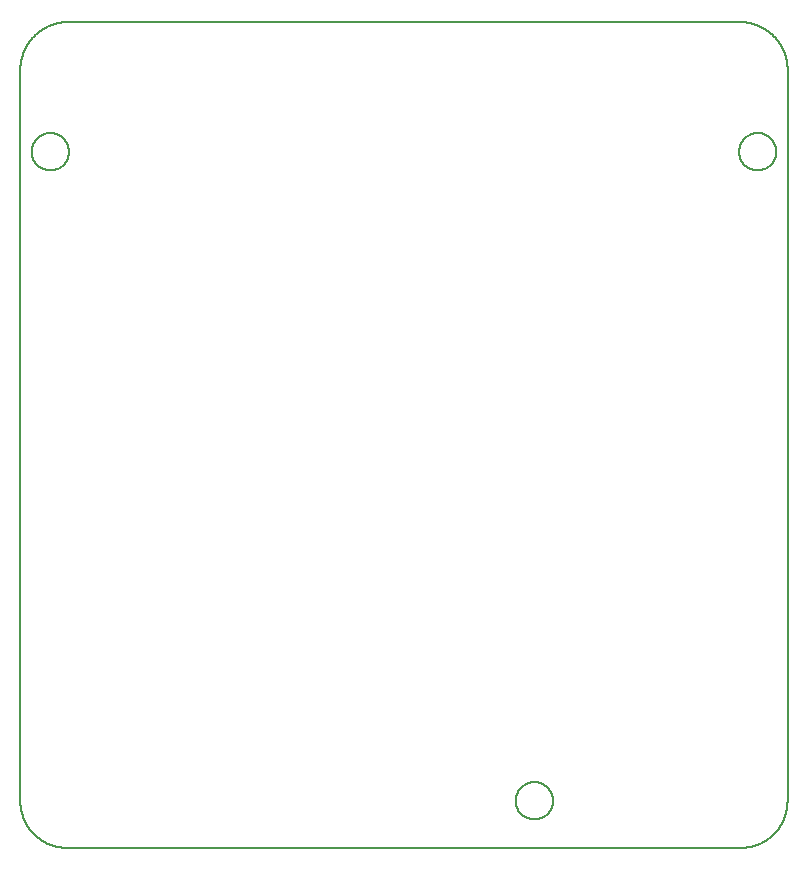
<source format=gm1>
G04 MADE WITH FRITZING*
G04 WWW.FRITZING.ORG*
G04 DOUBLE SIDED*
G04 HOLES PLATED*
G04 CONTOUR ON CENTER OF CONTOUR VECTOR*
%ASAXBY*%
%FSLAX23Y23*%
%MOIN*%
%OFA0B0*%
%SFA1.0B1.0*%
%ADD10C,0.008*%
%LNCONTOUR*%
G90*
G70*
G54D10*
X145Y2756D02*
X146Y2756D01*
X147Y2756D01*
X148Y2756D01*
X149Y2756D01*
X150Y2756D01*
X151Y2756D01*
X152Y2756D01*
X153Y2756D01*
X154Y2756D01*
X155Y2756D01*
X156Y2756D01*
X157Y2756D01*
X158Y2756D01*
X159Y2756D01*
X160Y2756D01*
X161Y2756D01*
X162Y2756D01*
X163Y2756D01*
X164Y2756D01*
X165Y2756D01*
X166Y2756D01*
X167Y2756D01*
X168Y2756D01*
X169Y2756D01*
X170Y2756D01*
X171Y2756D01*
X172Y2756D01*
X173Y2756D01*
X174Y2756D01*
X175Y2756D01*
X176Y2756D01*
X177Y2756D01*
X178Y2756D01*
X179Y2756D01*
X180Y2756D01*
X181Y2756D01*
X182Y2756D01*
X183Y2756D01*
X184Y2756D01*
X185Y2756D01*
X186Y2756D01*
X187Y2756D01*
X188Y2756D01*
X189Y2756D01*
X190Y2756D01*
X191Y2756D01*
X192Y2756D01*
X193Y2756D01*
X194Y2756D01*
X195Y2756D01*
X196Y2756D01*
X197Y2756D01*
X198Y2756D01*
X199Y2756D01*
X200Y2756D01*
X201Y2756D01*
X202Y2756D01*
X203Y2756D01*
X204Y2756D01*
X205Y2756D01*
X206Y2756D01*
X207Y2756D01*
X208Y2756D01*
X209Y2756D01*
X210Y2756D01*
X211Y2756D01*
X212Y2756D01*
X213Y2756D01*
X214Y2756D01*
X215Y2756D01*
X216Y2756D01*
X217Y2756D01*
X218Y2756D01*
X219Y2756D01*
X220Y2756D01*
X221Y2756D01*
X222Y2756D01*
X223Y2756D01*
X224Y2756D01*
X225Y2756D01*
X226Y2756D01*
X227Y2756D01*
X228Y2756D01*
X229Y2756D01*
X230Y2756D01*
X231Y2756D01*
X232Y2756D01*
X233Y2756D01*
X234Y2756D01*
X235Y2756D01*
X236Y2756D01*
X237Y2756D01*
X238Y2756D01*
X239Y2756D01*
X240Y2756D01*
X241Y2756D01*
X242Y2756D01*
X243Y2756D01*
X244Y2756D01*
X245Y2756D01*
X246Y2756D01*
X247Y2756D01*
X248Y2756D01*
X249Y2756D01*
X250Y2756D01*
X251Y2756D01*
X252Y2756D01*
X253Y2756D01*
X254Y2756D01*
X255Y2756D01*
X256Y2756D01*
X257Y2756D01*
X258Y2756D01*
X259Y2756D01*
X260Y2756D01*
X261Y2756D01*
X262Y2756D01*
X263Y2756D01*
X264Y2756D01*
X265Y2756D01*
X266Y2756D01*
X267Y2756D01*
X268Y2756D01*
X269Y2756D01*
X270Y2756D01*
X271Y2756D01*
X272Y2756D01*
X273Y2756D01*
X274Y2756D01*
X275Y2756D01*
X276Y2756D01*
X277Y2756D01*
X278Y2756D01*
X279Y2756D01*
X280Y2756D01*
X281Y2756D01*
X282Y2756D01*
X283Y2756D01*
X284Y2756D01*
X285Y2756D01*
X286Y2756D01*
X287Y2756D01*
X288Y2756D01*
X289Y2756D01*
X290Y2756D01*
X291Y2756D01*
X292Y2756D01*
X293Y2756D01*
X294Y2756D01*
X295Y2756D01*
X296Y2756D01*
X297Y2756D01*
X298Y2756D01*
X299Y2756D01*
X300Y2756D01*
X301Y2756D01*
X302Y2756D01*
X303Y2756D01*
X304Y2756D01*
X305Y2756D01*
X306Y2756D01*
X307Y2756D01*
X308Y2756D01*
X309Y2756D01*
X310Y2756D01*
X311Y2756D01*
X312Y2756D01*
X313Y2756D01*
X314Y2756D01*
X315Y2756D01*
X316Y2756D01*
X317Y2756D01*
X318Y2756D01*
X319Y2756D01*
X320Y2756D01*
X321Y2756D01*
X322Y2756D01*
X323Y2756D01*
X324Y2756D01*
X325Y2756D01*
X326Y2756D01*
X327Y2756D01*
X328Y2756D01*
X329Y2756D01*
X330Y2756D01*
X331Y2756D01*
X332Y2756D01*
X333Y2756D01*
X334Y2756D01*
X335Y2756D01*
X336Y2756D01*
X337Y2756D01*
X338Y2756D01*
X339Y2756D01*
X340Y2756D01*
X341Y2756D01*
X342Y2756D01*
X343Y2756D01*
X344Y2756D01*
X345Y2756D01*
X346Y2756D01*
X347Y2756D01*
X348Y2756D01*
X349Y2756D01*
X350Y2756D01*
X351Y2756D01*
X352Y2756D01*
X353Y2756D01*
X354Y2756D01*
X355Y2756D01*
X356Y2756D01*
X357Y2756D01*
X358Y2756D01*
X359Y2756D01*
X360Y2756D01*
X361Y2756D01*
X362Y2756D01*
X363Y2756D01*
X364Y2756D01*
X365Y2756D01*
X366Y2756D01*
X367Y2756D01*
X368Y2756D01*
X369Y2756D01*
X370Y2756D01*
X371Y2756D01*
X372Y2756D01*
X373Y2756D01*
X374Y2756D01*
X375Y2756D01*
X376Y2756D01*
X377Y2756D01*
X378Y2756D01*
X379Y2756D01*
X380Y2756D01*
X381Y2756D01*
X382Y2756D01*
X383Y2756D01*
X384Y2756D01*
X385Y2756D01*
X386Y2756D01*
X387Y2756D01*
X388Y2756D01*
X389Y2756D01*
X390Y2756D01*
X391Y2756D01*
X392Y2756D01*
X393Y2756D01*
X394Y2756D01*
X395Y2756D01*
X396Y2756D01*
X397Y2756D01*
X398Y2756D01*
X399Y2756D01*
X400Y2756D01*
X401Y2756D01*
X402Y2756D01*
X403Y2756D01*
X404Y2756D01*
X405Y2756D01*
X406Y2756D01*
X407Y2756D01*
X408Y2756D01*
X409Y2756D01*
X410Y2756D01*
X411Y2756D01*
X412Y2756D01*
X413Y2756D01*
X414Y2756D01*
X415Y2756D01*
X416Y2756D01*
X417Y2756D01*
X418Y2756D01*
X419Y2756D01*
X420Y2756D01*
X421Y2756D01*
X422Y2756D01*
X423Y2756D01*
X424Y2756D01*
X425Y2756D01*
X426Y2756D01*
X427Y2756D01*
X428Y2756D01*
X429Y2756D01*
X430Y2756D01*
X431Y2756D01*
X432Y2756D01*
X433Y2756D01*
X434Y2756D01*
X435Y2756D01*
X436Y2756D01*
X437Y2756D01*
X438Y2756D01*
X439Y2756D01*
X440Y2756D01*
X441Y2756D01*
X442Y2756D01*
X443Y2756D01*
X444Y2756D01*
X445Y2756D01*
X446Y2756D01*
X447Y2756D01*
X448Y2756D01*
X449Y2756D01*
X450Y2756D01*
X451Y2756D01*
X452Y2756D01*
X453Y2756D01*
X454Y2756D01*
X455Y2756D01*
X456Y2756D01*
X457Y2756D01*
X458Y2756D01*
X459Y2756D01*
X460Y2756D01*
X461Y2756D01*
X462Y2756D01*
X463Y2756D01*
X464Y2756D01*
X465Y2756D01*
X466Y2756D01*
X467Y2756D01*
X468Y2756D01*
X469Y2756D01*
X470Y2756D01*
X471Y2756D01*
X472Y2756D01*
X473Y2756D01*
X474Y2756D01*
X475Y2756D01*
X476Y2756D01*
X477Y2756D01*
X478Y2756D01*
X479Y2756D01*
X480Y2756D01*
X481Y2756D01*
X482Y2756D01*
X483Y2756D01*
X484Y2756D01*
X485Y2756D01*
X486Y2756D01*
X487Y2756D01*
X488Y2756D01*
X489Y2756D01*
X490Y2756D01*
X491Y2756D01*
X492Y2756D01*
X493Y2756D01*
X494Y2756D01*
X495Y2756D01*
X496Y2756D01*
X497Y2756D01*
X498Y2756D01*
X499Y2756D01*
X500Y2756D01*
X501Y2756D01*
X502Y2756D01*
X503Y2756D01*
X504Y2756D01*
X505Y2756D01*
X506Y2756D01*
X507Y2756D01*
X508Y2756D01*
X509Y2756D01*
X510Y2756D01*
X511Y2756D01*
X512Y2756D01*
X513Y2756D01*
X514Y2756D01*
X515Y2756D01*
X516Y2756D01*
X517Y2756D01*
X518Y2756D01*
X519Y2756D01*
X520Y2756D01*
X521Y2756D01*
X522Y2756D01*
X523Y2756D01*
X524Y2756D01*
X525Y2756D01*
X526Y2756D01*
X527Y2756D01*
X528Y2756D01*
X529Y2756D01*
X530Y2756D01*
X531Y2756D01*
X532Y2756D01*
X533Y2756D01*
X534Y2756D01*
X535Y2756D01*
X536Y2756D01*
X537Y2756D01*
X538Y2756D01*
X539Y2756D01*
X540Y2756D01*
X541Y2756D01*
X542Y2756D01*
X543Y2756D01*
X544Y2756D01*
X545Y2756D01*
X546Y2756D01*
X547Y2756D01*
X548Y2756D01*
X549Y2756D01*
X550Y2756D01*
X551Y2756D01*
X552Y2756D01*
X553Y2756D01*
X554Y2756D01*
X555Y2756D01*
X556Y2756D01*
X557Y2756D01*
X558Y2756D01*
X559Y2756D01*
X560Y2756D01*
X561Y2756D01*
X562Y2756D01*
X563Y2756D01*
X564Y2756D01*
X565Y2756D01*
X566Y2756D01*
X567Y2756D01*
X568Y2756D01*
X569Y2756D01*
X570Y2756D01*
X571Y2756D01*
X572Y2756D01*
X573Y2756D01*
X574Y2756D01*
X575Y2756D01*
X576Y2756D01*
X577Y2756D01*
X578Y2756D01*
X579Y2756D01*
X580Y2756D01*
X581Y2756D01*
X582Y2756D01*
X583Y2756D01*
X584Y2756D01*
X585Y2756D01*
X586Y2756D01*
X587Y2756D01*
X588Y2756D01*
X589Y2756D01*
X590Y2756D01*
X591Y2756D01*
X592Y2756D01*
X593Y2756D01*
X594Y2756D01*
X595Y2756D01*
X596Y2756D01*
X597Y2756D01*
X598Y2756D01*
X599Y2756D01*
X600Y2756D01*
X601Y2756D01*
X602Y2756D01*
X603Y2756D01*
X604Y2756D01*
X605Y2756D01*
X606Y2756D01*
X607Y2756D01*
X608Y2756D01*
X609Y2756D01*
X610Y2756D01*
X611Y2756D01*
X612Y2756D01*
X613Y2756D01*
X614Y2756D01*
X615Y2756D01*
X616Y2756D01*
X617Y2756D01*
X618Y2756D01*
X619Y2756D01*
X620Y2756D01*
X621Y2756D01*
X622Y2756D01*
X623Y2756D01*
X624Y2756D01*
X625Y2756D01*
X626Y2756D01*
X627Y2756D01*
X628Y2756D01*
X629Y2756D01*
X630Y2756D01*
X631Y2756D01*
X632Y2756D01*
X633Y2756D01*
X634Y2756D01*
X635Y2756D01*
X636Y2756D01*
X637Y2756D01*
X638Y2756D01*
X639Y2756D01*
X640Y2756D01*
X641Y2756D01*
X642Y2756D01*
X643Y2756D01*
X644Y2756D01*
X645Y2756D01*
X646Y2756D01*
X647Y2756D01*
X648Y2756D01*
X649Y2756D01*
X650Y2756D01*
X651Y2756D01*
X652Y2756D01*
X653Y2756D01*
X654Y2756D01*
X655Y2756D01*
X656Y2756D01*
X657Y2756D01*
X658Y2756D01*
X659Y2756D01*
X660Y2756D01*
X661Y2756D01*
X662Y2756D01*
X663Y2756D01*
X664Y2756D01*
X665Y2756D01*
X666Y2756D01*
X667Y2756D01*
X668Y2756D01*
X669Y2756D01*
X670Y2756D01*
X671Y2756D01*
X672Y2756D01*
X673Y2756D01*
X674Y2756D01*
X675Y2756D01*
X676Y2756D01*
X677Y2756D01*
X678Y2756D01*
X679Y2756D01*
X680Y2756D01*
X681Y2756D01*
X682Y2756D01*
X683Y2756D01*
X684Y2756D01*
X685Y2756D01*
X686Y2756D01*
X687Y2756D01*
X688Y2756D01*
X689Y2756D01*
X690Y2756D01*
X691Y2756D01*
X692Y2756D01*
X693Y2756D01*
X694Y2756D01*
X695Y2756D01*
X696Y2756D01*
X697Y2756D01*
X698Y2756D01*
X699Y2756D01*
X700Y2756D01*
X701Y2756D01*
X702Y2756D01*
X703Y2756D01*
X704Y2756D01*
X705Y2756D01*
X706Y2756D01*
X707Y2756D01*
X708Y2756D01*
X709Y2756D01*
X710Y2756D01*
X711Y2756D01*
X712Y2756D01*
X713Y2756D01*
X714Y2756D01*
X715Y2756D01*
X716Y2756D01*
X717Y2756D01*
X718Y2756D01*
X719Y2756D01*
X720Y2756D01*
X721Y2756D01*
X722Y2756D01*
X723Y2756D01*
X724Y2756D01*
X725Y2756D01*
X726Y2756D01*
X727Y2756D01*
X728Y2756D01*
X729Y2756D01*
X730Y2756D01*
X731Y2756D01*
X732Y2756D01*
X733Y2756D01*
X734Y2756D01*
X735Y2756D01*
X736Y2756D01*
X737Y2756D01*
X738Y2756D01*
X739Y2756D01*
X740Y2756D01*
X741Y2756D01*
X742Y2756D01*
X743Y2756D01*
X744Y2756D01*
X745Y2756D01*
X746Y2756D01*
X747Y2756D01*
X748Y2756D01*
X749Y2756D01*
X750Y2756D01*
X751Y2756D01*
X752Y2756D01*
X753Y2756D01*
X754Y2756D01*
X755Y2756D01*
X756Y2756D01*
X757Y2756D01*
X758Y2756D01*
X759Y2756D01*
X760Y2756D01*
X761Y2756D01*
X762Y2756D01*
X763Y2756D01*
X764Y2756D01*
X765Y2756D01*
X766Y2756D01*
X767Y2756D01*
X768Y2756D01*
X769Y2756D01*
X770Y2756D01*
X771Y2756D01*
X772Y2756D01*
X773Y2756D01*
X774Y2756D01*
X775Y2756D01*
X776Y2756D01*
X777Y2756D01*
X778Y2756D01*
X779Y2756D01*
X780Y2756D01*
X781Y2756D01*
X782Y2756D01*
X783Y2756D01*
X784Y2756D01*
X785Y2756D01*
X786Y2756D01*
X787Y2756D01*
X788Y2756D01*
X789Y2756D01*
X790Y2756D01*
X791Y2756D01*
X792Y2756D01*
X793Y2756D01*
X794Y2756D01*
X795Y2756D01*
X796Y2756D01*
X797Y2756D01*
X798Y2756D01*
X799Y2756D01*
X800Y2756D01*
X801Y2756D01*
X802Y2756D01*
X803Y2756D01*
X804Y2756D01*
X805Y2756D01*
X806Y2756D01*
X807Y2756D01*
X808Y2756D01*
X809Y2756D01*
X810Y2756D01*
X811Y2756D01*
X812Y2756D01*
X813Y2756D01*
X814Y2756D01*
X815Y2756D01*
X816Y2756D01*
X817Y2756D01*
X818Y2756D01*
X819Y2756D01*
X820Y2756D01*
X821Y2756D01*
X822Y2756D01*
X823Y2756D01*
X824Y2756D01*
X825Y2756D01*
X826Y2756D01*
X827Y2756D01*
X828Y2756D01*
X829Y2756D01*
X830Y2756D01*
X831Y2756D01*
X832Y2756D01*
X833Y2756D01*
X834Y2756D01*
X835Y2756D01*
X836Y2756D01*
X837Y2756D01*
X838Y2756D01*
X839Y2756D01*
X840Y2756D01*
X841Y2756D01*
X842Y2756D01*
X843Y2756D01*
X844Y2756D01*
X845Y2756D01*
X846Y2756D01*
X847Y2756D01*
X848Y2756D01*
X849Y2756D01*
X850Y2756D01*
X851Y2756D01*
X852Y2756D01*
X853Y2756D01*
X854Y2756D01*
X855Y2756D01*
X856Y2756D01*
X857Y2756D01*
X858Y2756D01*
X859Y2756D01*
X860Y2756D01*
X861Y2756D01*
X862Y2756D01*
X863Y2756D01*
X864Y2756D01*
X865Y2756D01*
X866Y2756D01*
X867Y2756D01*
X868Y2756D01*
X869Y2756D01*
X870Y2756D01*
X871Y2756D01*
X872Y2756D01*
X873Y2756D01*
X874Y2756D01*
X875Y2756D01*
X876Y2756D01*
X877Y2756D01*
X878Y2756D01*
X879Y2756D01*
X880Y2756D01*
X881Y2756D01*
X882Y2756D01*
X883Y2756D01*
X884Y2756D01*
X885Y2756D01*
X886Y2756D01*
X887Y2756D01*
X888Y2756D01*
X889Y2756D01*
X890Y2756D01*
X891Y2756D01*
X892Y2756D01*
X893Y2756D01*
X894Y2756D01*
X895Y2756D01*
X896Y2756D01*
X897Y2756D01*
X898Y2756D01*
X899Y2756D01*
X900Y2756D01*
X901Y2756D01*
X902Y2756D01*
X903Y2756D01*
X904Y2756D01*
X905Y2756D01*
X906Y2756D01*
X907Y2756D01*
X908Y2756D01*
X909Y2756D01*
X910Y2756D01*
X911Y2756D01*
X912Y2756D01*
X913Y2756D01*
X914Y2756D01*
X915Y2756D01*
X916Y2756D01*
X917Y2756D01*
X918Y2756D01*
X919Y2756D01*
X920Y2756D01*
X921Y2756D01*
X922Y2756D01*
X923Y2756D01*
X924Y2756D01*
X925Y2756D01*
X926Y2756D01*
X927Y2756D01*
X928Y2756D01*
X929Y2756D01*
X930Y2756D01*
X931Y2756D01*
X932Y2756D01*
X933Y2756D01*
X934Y2756D01*
X935Y2756D01*
X936Y2756D01*
X937Y2756D01*
X938Y2756D01*
X939Y2756D01*
X940Y2756D01*
X941Y2756D01*
X942Y2756D01*
X943Y2756D01*
X944Y2756D01*
X945Y2756D01*
X946Y2756D01*
X947Y2756D01*
X948Y2756D01*
X949Y2756D01*
X950Y2756D01*
X951Y2756D01*
X952Y2756D01*
X953Y2756D01*
X954Y2756D01*
X955Y2756D01*
X956Y2756D01*
X957Y2756D01*
X958Y2756D01*
X959Y2756D01*
X960Y2756D01*
X961Y2756D01*
X962Y2756D01*
X963Y2756D01*
X964Y2756D01*
X965Y2756D01*
X966Y2756D01*
X967Y2756D01*
X968Y2756D01*
X969Y2756D01*
X970Y2756D01*
X971Y2756D01*
X972Y2756D01*
X973Y2756D01*
X974Y2756D01*
X975Y2756D01*
X976Y2756D01*
X977Y2756D01*
X978Y2756D01*
X979Y2756D01*
X980Y2756D01*
X981Y2756D01*
X982Y2756D01*
X983Y2756D01*
X984Y2756D01*
X985Y2756D01*
X986Y2756D01*
X987Y2756D01*
X988Y2756D01*
X989Y2756D01*
X990Y2756D01*
X991Y2756D01*
X992Y2756D01*
X993Y2756D01*
X994Y2756D01*
X995Y2756D01*
X996Y2756D01*
X997Y2756D01*
X998Y2756D01*
X999Y2756D01*
X1000Y2756D01*
X1001Y2756D01*
X1002Y2756D01*
X1003Y2756D01*
X1004Y2756D01*
X1005Y2756D01*
X1006Y2756D01*
X1007Y2756D01*
X1008Y2756D01*
X1009Y2756D01*
X1010Y2756D01*
X1011Y2756D01*
X1012Y2756D01*
X1013Y2756D01*
X1014Y2756D01*
X1015Y2756D01*
X1016Y2756D01*
X1017Y2756D01*
X1018Y2756D01*
X1019Y2756D01*
X1020Y2756D01*
X1021Y2756D01*
X1022Y2756D01*
X1023Y2756D01*
X1024Y2756D01*
X1025Y2756D01*
X1026Y2756D01*
X1027Y2756D01*
X1028Y2756D01*
X1029Y2756D01*
X1030Y2756D01*
X1031Y2756D01*
X1032Y2756D01*
X1033Y2756D01*
X1034Y2756D01*
X1035Y2756D01*
X1036Y2756D01*
X1037Y2756D01*
X1038Y2756D01*
X1039Y2756D01*
X1040Y2756D01*
X1041Y2756D01*
X1042Y2756D01*
X1043Y2756D01*
X1044Y2756D01*
X1045Y2756D01*
X1046Y2756D01*
X1047Y2756D01*
X1048Y2756D01*
X1049Y2756D01*
X1050Y2756D01*
X1051Y2756D01*
X1052Y2756D01*
X1053Y2756D01*
X1054Y2756D01*
X1055Y2756D01*
X1056Y2756D01*
X1057Y2756D01*
X1058Y2756D01*
X1059Y2756D01*
X1060Y2756D01*
X1061Y2756D01*
X1062Y2756D01*
X1063Y2756D01*
X1064Y2756D01*
X1065Y2756D01*
X1066Y2756D01*
X1067Y2756D01*
X1068Y2756D01*
X1069Y2756D01*
X1070Y2756D01*
X1071Y2756D01*
X1072Y2756D01*
X1073Y2756D01*
X1074Y2756D01*
X1075Y2756D01*
X1076Y2756D01*
X1077Y2756D01*
X1078Y2756D01*
X1079Y2756D01*
X1080Y2756D01*
X1081Y2756D01*
X1082Y2756D01*
X1083Y2756D01*
X1084Y2756D01*
X1085Y2756D01*
X1086Y2756D01*
X1087Y2756D01*
X1088Y2756D01*
X1089Y2756D01*
X1090Y2756D01*
X1091Y2756D01*
X1092Y2756D01*
X1093Y2756D01*
X1094Y2756D01*
X1095Y2756D01*
X1096Y2756D01*
X1097Y2756D01*
X1098Y2756D01*
X1099Y2756D01*
X1100Y2756D01*
X1101Y2756D01*
X1102Y2756D01*
X1103Y2756D01*
X1104Y2756D01*
X1105Y2756D01*
X1106Y2756D01*
X1107Y2756D01*
X1108Y2756D01*
X1109Y2756D01*
X1110Y2756D01*
X1111Y2756D01*
X1112Y2756D01*
X1113Y2756D01*
X1114Y2756D01*
X1115Y2756D01*
X1116Y2756D01*
X1117Y2756D01*
X1118Y2756D01*
X1119Y2756D01*
X1120Y2756D01*
X1121Y2756D01*
X1122Y2756D01*
X1123Y2756D01*
X1124Y2756D01*
X1125Y2756D01*
X1126Y2756D01*
X1127Y2756D01*
X1128Y2756D01*
X1129Y2756D01*
X1130Y2756D01*
X1131Y2756D01*
X1132Y2756D01*
X1133Y2756D01*
X1134Y2756D01*
X1135Y2756D01*
X1136Y2756D01*
X1137Y2756D01*
X1138Y2756D01*
X1139Y2756D01*
X1140Y2756D01*
X1141Y2756D01*
X1142Y2756D01*
X1143Y2756D01*
X1144Y2756D01*
X1145Y2756D01*
X1146Y2756D01*
X1147Y2756D01*
X1148Y2756D01*
X1149Y2756D01*
X1150Y2756D01*
X1151Y2756D01*
X1152Y2756D01*
X1153Y2756D01*
X1154Y2756D01*
X1155Y2756D01*
X1156Y2756D01*
X1157Y2756D01*
X1158Y2756D01*
X1159Y2756D01*
X1160Y2756D01*
X1161Y2756D01*
X1162Y2756D01*
X1163Y2756D01*
X1164Y2756D01*
X1165Y2756D01*
X1166Y2756D01*
X1167Y2756D01*
X1168Y2756D01*
X1169Y2756D01*
X1170Y2756D01*
X1171Y2756D01*
X1172Y2756D01*
X1173Y2756D01*
X1174Y2756D01*
X1175Y2756D01*
X1176Y2756D01*
X1177Y2756D01*
X1178Y2756D01*
X1179Y2756D01*
X1180Y2756D01*
X1181Y2756D01*
X1182Y2756D01*
X1183Y2756D01*
X1184Y2756D01*
X1185Y2756D01*
X1186Y2756D01*
X1187Y2756D01*
X1188Y2756D01*
X1189Y2756D01*
X1190Y2756D01*
X1191Y2756D01*
X1192Y2756D01*
X1193Y2756D01*
X1194Y2756D01*
X1195Y2756D01*
X1196Y2756D01*
X1197Y2756D01*
X1198Y2756D01*
X1199Y2756D01*
X1200Y2756D01*
X1201Y2756D01*
X1202Y2756D01*
X1203Y2756D01*
X1204Y2756D01*
X1205Y2756D01*
X1206Y2756D01*
X1207Y2756D01*
X1208Y2756D01*
X1209Y2756D01*
X1210Y2756D01*
X1211Y2756D01*
X1212Y2756D01*
X1213Y2756D01*
X1214Y2756D01*
X1215Y2756D01*
X1216Y2756D01*
X1217Y2756D01*
X1218Y2756D01*
X1219Y2756D01*
X1220Y2756D01*
X1221Y2756D01*
X1222Y2756D01*
X1223Y2756D01*
X1224Y2756D01*
X1225Y2756D01*
X1226Y2756D01*
X1227Y2756D01*
X1228Y2756D01*
X1229Y2756D01*
X1230Y2756D01*
X1231Y2756D01*
X1232Y2756D01*
X1233Y2756D01*
X1234Y2756D01*
X1235Y2756D01*
X1236Y2756D01*
X1237Y2756D01*
X1238Y2756D01*
X1239Y2756D01*
X1240Y2756D01*
X1241Y2756D01*
X1242Y2756D01*
X1243Y2756D01*
X1244Y2756D01*
X1245Y2756D01*
X1246Y2756D01*
X1247Y2756D01*
X1248Y2756D01*
X1249Y2756D01*
X1250Y2756D01*
X1251Y2756D01*
X1252Y2756D01*
X1253Y2756D01*
X1254Y2756D01*
X1255Y2756D01*
X1256Y2756D01*
X1257Y2756D01*
X1258Y2756D01*
X1259Y2756D01*
X1260Y2756D01*
X1261Y2756D01*
X1262Y2756D01*
X1263Y2756D01*
X1264Y2756D01*
X1265Y2756D01*
X1266Y2756D01*
X1267Y2756D01*
X1268Y2756D01*
X1269Y2756D01*
X1270Y2756D01*
X1271Y2756D01*
X1272Y2756D01*
X1273Y2756D01*
X1274Y2756D01*
X1275Y2756D01*
X1276Y2756D01*
X1277Y2756D01*
X1278Y2756D01*
X1279Y2756D01*
X1280Y2756D01*
X1281Y2756D01*
X1282Y2756D01*
X1283Y2756D01*
X1284Y2756D01*
X1285Y2756D01*
X1286Y2756D01*
X1287Y2756D01*
X1288Y2756D01*
X1289Y2756D01*
X1290Y2756D01*
X1291Y2756D01*
X1292Y2756D01*
X1293Y2756D01*
X1294Y2756D01*
X1295Y2756D01*
X1296Y2756D01*
X1297Y2756D01*
X1298Y2756D01*
X1299Y2756D01*
X1300Y2756D01*
X1301Y2756D01*
X1302Y2756D01*
X1303Y2756D01*
X1304Y2756D01*
X1305Y2756D01*
X1306Y2756D01*
X1307Y2756D01*
X1308Y2756D01*
X1309Y2756D01*
X1310Y2756D01*
X1311Y2756D01*
X1312Y2756D01*
X1313Y2756D01*
X1314Y2756D01*
X1315Y2756D01*
X1316Y2756D01*
X1317Y2756D01*
X1318Y2756D01*
X1319Y2756D01*
X1320Y2756D01*
X1321Y2756D01*
X1322Y2756D01*
X1323Y2756D01*
X1324Y2756D01*
X1325Y2756D01*
X1326Y2756D01*
X1327Y2756D01*
X1328Y2756D01*
X1329Y2756D01*
X1330Y2756D01*
X1331Y2756D01*
X1332Y2756D01*
X1333Y2756D01*
X1334Y2756D01*
X1335Y2756D01*
X1336Y2756D01*
X1337Y2756D01*
X1338Y2756D01*
X1339Y2756D01*
X1340Y2756D01*
X1341Y2756D01*
X1342Y2756D01*
X1343Y2756D01*
X1344Y2756D01*
X1345Y2756D01*
X1346Y2756D01*
X1347Y2756D01*
X1348Y2756D01*
X1349Y2756D01*
X1350Y2756D01*
X1351Y2756D01*
X1352Y2756D01*
X1353Y2756D01*
X1354Y2756D01*
X1355Y2756D01*
X1356Y2756D01*
X1357Y2756D01*
X1358Y2756D01*
X1359Y2756D01*
X1360Y2756D01*
X1361Y2756D01*
X1362Y2756D01*
X1363Y2756D01*
X1364Y2756D01*
X1365Y2756D01*
X1366Y2756D01*
X1367Y2756D01*
X1368Y2756D01*
X1369Y2756D01*
X1370Y2756D01*
X1371Y2756D01*
X1372Y2756D01*
X1373Y2756D01*
X1374Y2756D01*
X1375Y2756D01*
X1376Y2756D01*
X1377Y2756D01*
X1378Y2756D01*
X1379Y2756D01*
X1380Y2756D01*
X1381Y2756D01*
X1382Y2756D01*
X1383Y2756D01*
X1384Y2756D01*
X1385Y2756D01*
X1386Y2756D01*
X1387Y2756D01*
X1388Y2756D01*
X1389Y2756D01*
X1390Y2756D01*
X1391Y2756D01*
X1392Y2756D01*
X1393Y2756D01*
X1394Y2756D01*
X1395Y2756D01*
X1396Y2756D01*
X1397Y2756D01*
X1398Y2756D01*
X1399Y2756D01*
X1400Y2756D01*
X1401Y2756D01*
X1402Y2756D01*
X1403Y2756D01*
X1404Y2756D01*
X1405Y2756D01*
X1406Y2756D01*
X1407Y2756D01*
X1408Y2756D01*
X1409Y2756D01*
X1410Y2756D01*
X1411Y2756D01*
X1412Y2756D01*
X1413Y2756D01*
X1414Y2756D01*
X1415Y2756D01*
X1416Y2756D01*
X1417Y2756D01*
X1418Y2756D01*
X1419Y2756D01*
X1420Y2756D01*
X1421Y2756D01*
X1422Y2756D01*
X1423Y2756D01*
X1424Y2756D01*
X1425Y2756D01*
X1426Y2756D01*
X1427Y2756D01*
X1428Y2756D01*
X1429Y2756D01*
X1430Y2756D01*
X1431Y2756D01*
X1432Y2756D01*
X1433Y2756D01*
X1434Y2756D01*
X1435Y2756D01*
X1436Y2756D01*
X1437Y2756D01*
X1438Y2756D01*
X1439Y2756D01*
X1440Y2756D01*
X1441Y2756D01*
X1442Y2756D01*
X1443Y2756D01*
X1444Y2756D01*
X1445Y2756D01*
X1446Y2756D01*
X1447Y2756D01*
X1448Y2756D01*
X1449Y2756D01*
X1450Y2756D01*
X1451Y2756D01*
X1452Y2756D01*
X1453Y2756D01*
X1454Y2756D01*
X1455Y2756D01*
X1456Y2756D01*
X1457Y2756D01*
X1458Y2756D01*
X1459Y2756D01*
X1460Y2756D01*
X1461Y2756D01*
X1462Y2756D01*
X1463Y2756D01*
X1464Y2756D01*
X1465Y2756D01*
X1466Y2756D01*
X1467Y2756D01*
X1468Y2756D01*
X1469Y2756D01*
X1470Y2756D01*
X1471Y2756D01*
X1472Y2756D01*
X1473Y2756D01*
X1474Y2756D01*
X1475Y2756D01*
X1476Y2756D01*
X1477Y2756D01*
X1478Y2756D01*
X1479Y2756D01*
X1480Y2756D01*
X1481Y2756D01*
X1482Y2756D01*
X1483Y2756D01*
X1484Y2756D01*
X1485Y2756D01*
X1486Y2756D01*
X1487Y2756D01*
X1488Y2756D01*
X1489Y2756D01*
X1490Y2756D01*
X1491Y2756D01*
X1492Y2756D01*
X1493Y2756D01*
X1494Y2756D01*
X1495Y2756D01*
X1496Y2756D01*
X1497Y2756D01*
X1498Y2756D01*
X1499Y2756D01*
X1500Y2756D01*
X1501Y2756D01*
X1502Y2756D01*
X1503Y2756D01*
X1504Y2756D01*
X1505Y2756D01*
X1506Y2756D01*
X1507Y2756D01*
X1508Y2756D01*
X1509Y2756D01*
X1510Y2756D01*
X1511Y2756D01*
X1512Y2756D01*
X1513Y2756D01*
X1514Y2756D01*
X1515Y2756D01*
X1516Y2756D01*
X1517Y2756D01*
X1518Y2756D01*
X1519Y2756D01*
X1520Y2756D01*
X1521Y2756D01*
X1522Y2756D01*
X1523Y2756D01*
X1524Y2756D01*
X1525Y2756D01*
X1526Y2756D01*
X1527Y2756D01*
X1528Y2756D01*
X1529Y2756D01*
X1530Y2756D01*
X1531Y2756D01*
X1532Y2756D01*
X1533Y2756D01*
X1534Y2756D01*
X1535Y2756D01*
X1536Y2756D01*
X1537Y2756D01*
X1538Y2756D01*
X1539Y2756D01*
X1540Y2756D01*
X1541Y2756D01*
X1542Y2756D01*
X1543Y2756D01*
X1544Y2756D01*
X1545Y2756D01*
X1546Y2756D01*
X1547Y2756D01*
X1548Y2756D01*
X1549Y2756D01*
X1550Y2756D01*
X1551Y2756D01*
X1552Y2756D01*
X1553Y2756D01*
X1554Y2756D01*
X1555Y2756D01*
X1556Y2756D01*
X1557Y2756D01*
X1558Y2756D01*
X1559Y2756D01*
X1560Y2756D01*
X1561Y2756D01*
X1562Y2756D01*
X1563Y2756D01*
X1564Y2756D01*
X1565Y2756D01*
X1566Y2756D01*
X1567Y2756D01*
X1568Y2756D01*
X1569Y2756D01*
X1570Y2756D01*
X1571Y2756D01*
X1572Y2756D01*
X1573Y2756D01*
X1574Y2756D01*
X1575Y2756D01*
X1576Y2756D01*
X1577Y2756D01*
X1578Y2756D01*
X1579Y2756D01*
X1580Y2756D01*
X1581Y2756D01*
X1582Y2756D01*
X1583Y2756D01*
X1584Y2756D01*
X1585Y2756D01*
X1586Y2756D01*
X1587Y2756D01*
X1588Y2756D01*
X1589Y2756D01*
X1590Y2756D01*
X1591Y2756D01*
X1592Y2756D01*
X1593Y2756D01*
X1594Y2756D01*
X1595Y2756D01*
X1596Y2756D01*
X1597Y2756D01*
X1598Y2756D01*
X1599Y2756D01*
X1600Y2756D01*
X1601Y2756D01*
X1602Y2756D01*
X1603Y2756D01*
X1604Y2756D01*
X1605Y2756D01*
X1606Y2756D01*
X1607Y2756D01*
X1608Y2756D01*
X1609Y2756D01*
X1610Y2756D01*
X1611Y2756D01*
X1612Y2756D01*
X1613Y2756D01*
X1614Y2756D01*
X1615Y2756D01*
X1616Y2756D01*
X1617Y2756D01*
X1618Y2756D01*
X1619Y2756D01*
X1620Y2756D01*
X1621Y2756D01*
X1622Y2756D01*
X1623Y2756D01*
X1624Y2756D01*
X1625Y2756D01*
X1626Y2756D01*
X1627Y2756D01*
X1628Y2756D01*
X1629Y2756D01*
X1630Y2756D01*
X1631Y2756D01*
X1632Y2756D01*
X1633Y2756D01*
X1634Y2756D01*
X1635Y2756D01*
X1636Y2756D01*
X1637Y2756D01*
X1638Y2756D01*
X1639Y2756D01*
X1640Y2756D01*
X1641Y2756D01*
X1642Y2756D01*
X1643Y2756D01*
X1644Y2756D01*
X1645Y2756D01*
X1646Y2756D01*
X1647Y2756D01*
X1648Y2756D01*
X1649Y2756D01*
X1650Y2756D01*
X1651Y2756D01*
X1652Y2756D01*
X1653Y2756D01*
X1654Y2756D01*
X1655Y2756D01*
X1656Y2756D01*
X1657Y2756D01*
X1658Y2756D01*
X1659Y2756D01*
X1660Y2756D01*
X1661Y2756D01*
X1662Y2756D01*
X1663Y2756D01*
X1664Y2756D01*
X1665Y2756D01*
X1666Y2756D01*
X1667Y2756D01*
X1668Y2756D01*
X1669Y2756D01*
X1670Y2756D01*
X1671Y2756D01*
X1672Y2756D01*
X1673Y2756D01*
X1674Y2756D01*
X1675Y2756D01*
X1676Y2756D01*
X1677Y2756D01*
X1678Y2756D01*
X1679Y2756D01*
X1680Y2756D01*
X1681Y2756D01*
X1682Y2756D01*
X1683Y2756D01*
X1684Y2756D01*
X1685Y2756D01*
X1686Y2756D01*
X1687Y2756D01*
X1688Y2756D01*
X1689Y2756D01*
X1690Y2756D01*
X1691Y2756D01*
X1692Y2756D01*
X1693Y2756D01*
X1694Y2756D01*
X1695Y2756D01*
X1696Y2756D01*
X1697Y2756D01*
X1698Y2756D01*
X1699Y2756D01*
X1700Y2756D01*
X1701Y2756D01*
X1702Y2756D01*
X1703Y2756D01*
X1704Y2756D01*
X1705Y2756D01*
X1706Y2756D01*
X1707Y2756D01*
X1708Y2756D01*
X1709Y2756D01*
X1710Y2756D01*
X1711Y2756D01*
X1712Y2756D01*
X1713Y2756D01*
X1714Y2756D01*
X1715Y2756D01*
X1716Y2756D01*
X1717Y2756D01*
X1718Y2756D01*
X1719Y2756D01*
X1720Y2756D01*
X1721Y2756D01*
X1722Y2756D01*
X1723Y2756D01*
X1724Y2756D01*
X1725Y2756D01*
X1726Y2756D01*
X1727Y2756D01*
X1728Y2756D01*
X1729Y2756D01*
X1730Y2756D01*
X1731Y2756D01*
X1732Y2756D01*
X1733Y2756D01*
X1734Y2756D01*
X1735Y2756D01*
X1736Y2756D01*
X1737Y2756D01*
X1738Y2756D01*
X1739Y2756D01*
X1740Y2756D01*
X1741Y2756D01*
X1742Y2756D01*
X1743Y2756D01*
X1744Y2756D01*
X1745Y2756D01*
X1746Y2756D01*
X1747Y2756D01*
X1748Y2756D01*
X1749Y2756D01*
X1750Y2756D01*
X1751Y2756D01*
X1752Y2756D01*
X1753Y2756D01*
X1754Y2756D01*
X1755Y2756D01*
X1756Y2756D01*
X1757Y2756D01*
X1758Y2756D01*
X1759Y2756D01*
X1760Y2756D01*
X1761Y2756D01*
X1762Y2756D01*
X1763Y2756D01*
X1764Y2756D01*
X1765Y2756D01*
X1766Y2756D01*
X1767Y2756D01*
X1768Y2756D01*
X1769Y2756D01*
X1770Y2756D01*
X1771Y2756D01*
X1772Y2756D01*
X1773Y2756D01*
X1774Y2756D01*
X1775Y2756D01*
X1776Y2756D01*
X1777Y2756D01*
X1778Y2756D01*
X1779Y2756D01*
X1780Y2756D01*
X1781Y2756D01*
X1782Y2756D01*
X1783Y2756D01*
X1784Y2756D01*
X1785Y2756D01*
X1786Y2756D01*
X1787Y2756D01*
X1788Y2756D01*
X1789Y2756D01*
X1790Y2756D01*
X1791Y2756D01*
X1792Y2756D01*
X1793Y2756D01*
X1794Y2756D01*
X1795Y2756D01*
X1796Y2756D01*
X1797Y2756D01*
X1798Y2756D01*
X1799Y2756D01*
X1800Y2756D01*
X1801Y2756D01*
X1802Y2756D01*
X1803Y2756D01*
X1804Y2756D01*
X1805Y2756D01*
X1806Y2756D01*
X1807Y2756D01*
X1808Y2756D01*
X1809Y2756D01*
X1810Y2756D01*
X1811Y2756D01*
X1812Y2756D01*
X1813Y2756D01*
X1814Y2756D01*
X1815Y2756D01*
X1816Y2756D01*
X1817Y2756D01*
X1818Y2756D01*
X1819Y2756D01*
X1820Y2756D01*
X1821Y2756D01*
X1822Y2756D01*
X1823Y2756D01*
X1824Y2756D01*
X1825Y2756D01*
X1826Y2756D01*
X1827Y2756D01*
X1828Y2756D01*
X1829Y2756D01*
X1830Y2756D01*
X1831Y2756D01*
X1832Y2756D01*
X1833Y2756D01*
X1834Y2756D01*
X1835Y2756D01*
X1836Y2756D01*
X1837Y2756D01*
X1838Y2756D01*
X1839Y2756D01*
X1840Y2756D01*
X1841Y2756D01*
X1842Y2756D01*
X1843Y2756D01*
X1844Y2756D01*
X1845Y2756D01*
X1846Y2756D01*
X1847Y2756D01*
X1848Y2756D01*
X1849Y2756D01*
X1850Y2756D01*
X1851Y2756D01*
X1852Y2756D01*
X1853Y2756D01*
X1854Y2756D01*
X1855Y2756D01*
X1856Y2756D01*
X1857Y2756D01*
X1858Y2756D01*
X1859Y2756D01*
X1860Y2756D01*
X1861Y2756D01*
X1862Y2756D01*
X1863Y2756D01*
X1864Y2756D01*
X1865Y2756D01*
X1866Y2756D01*
X1867Y2756D01*
X1868Y2756D01*
X1869Y2756D01*
X1870Y2756D01*
X1871Y2756D01*
X1872Y2756D01*
X1873Y2756D01*
X1874Y2756D01*
X1875Y2756D01*
X1876Y2756D01*
X1877Y2756D01*
X1878Y2756D01*
X1879Y2756D01*
X1880Y2756D01*
X1881Y2756D01*
X1882Y2756D01*
X1883Y2756D01*
X1884Y2756D01*
X1885Y2756D01*
X1886Y2756D01*
X1887Y2756D01*
X1888Y2756D01*
X1889Y2756D01*
X1890Y2756D01*
X1891Y2756D01*
X1892Y2756D01*
X1893Y2756D01*
X1894Y2756D01*
X1895Y2756D01*
X1896Y2756D01*
X1897Y2756D01*
X1898Y2756D01*
X1899Y2756D01*
X1900Y2756D01*
X1901Y2756D01*
X1902Y2756D01*
X1903Y2756D01*
X1904Y2756D01*
X1905Y2756D01*
X1906Y2756D01*
X1907Y2756D01*
X1908Y2756D01*
X1909Y2756D01*
X1910Y2756D01*
X1911Y2756D01*
X1912Y2756D01*
X1913Y2756D01*
X1914Y2756D01*
X1915Y2756D01*
X1916Y2756D01*
X1917Y2756D01*
X1918Y2756D01*
X1919Y2756D01*
X1920Y2756D01*
X1921Y2756D01*
X1922Y2756D01*
X1923Y2756D01*
X1924Y2756D01*
X1925Y2756D01*
X1926Y2756D01*
X1927Y2756D01*
X1928Y2756D01*
X1929Y2756D01*
X1930Y2756D01*
X1931Y2756D01*
X1932Y2756D01*
X1933Y2756D01*
X1934Y2756D01*
X1935Y2756D01*
X1936Y2756D01*
X1937Y2756D01*
X1938Y2756D01*
X1939Y2756D01*
X1940Y2756D01*
X1941Y2756D01*
X1942Y2756D01*
X1943Y2756D01*
X1944Y2756D01*
X1945Y2756D01*
X1946Y2756D01*
X1947Y2756D01*
X1948Y2756D01*
X1949Y2756D01*
X1950Y2756D01*
X1951Y2756D01*
X1952Y2756D01*
X1953Y2756D01*
X1954Y2756D01*
X1955Y2756D01*
X1956Y2756D01*
X1957Y2756D01*
X1958Y2756D01*
X1959Y2756D01*
X1960Y2756D01*
X1961Y2756D01*
X1962Y2756D01*
X1963Y2756D01*
X1964Y2756D01*
X1965Y2756D01*
X1966Y2756D01*
X1967Y2756D01*
X1968Y2756D01*
X1969Y2756D01*
X1970Y2756D01*
X1971Y2756D01*
X1972Y2756D01*
X1973Y2756D01*
X1974Y2756D01*
X1975Y2756D01*
X1976Y2756D01*
X1977Y2756D01*
X1978Y2756D01*
X1979Y2756D01*
X1980Y2756D01*
X1981Y2756D01*
X1982Y2756D01*
X1983Y2756D01*
X1984Y2756D01*
X1985Y2756D01*
X1986Y2756D01*
X1987Y2756D01*
X1988Y2756D01*
X1989Y2756D01*
X1990Y2756D01*
X1991Y2756D01*
X1992Y2756D01*
X1993Y2756D01*
X1994Y2756D01*
X1995Y2756D01*
X1996Y2756D01*
X1997Y2756D01*
X1998Y2756D01*
X1999Y2756D01*
X2000Y2756D01*
X2001Y2756D01*
X2002Y2756D01*
X2003Y2756D01*
X2004Y2756D01*
X2005Y2756D01*
X2006Y2756D01*
X2007Y2756D01*
X2008Y2756D01*
X2009Y2756D01*
X2010Y2756D01*
X2011Y2756D01*
X2012Y2756D01*
X2013Y2756D01*
X2014Y2756D01*
X2015Y2756D01*
X2016Y2756D01*
X2017Y2756D01*
X2018Y2756D01*
X2019Y2756D01*
X2020Y2756D01*
X2021Y2756D01*
X2022Y2756D01*
X2023Y2756D01*
X2024Y2756D01*
X2025Y2756D01*
X2026Y2756D01*
X2027Y2756D01*
X2028Y2756D01*
X2029Y2756D01*
X2030Y2756D01*
X2031Y2756D01*
X2032Y2756D01*
X2033Y2756D01*
X2034Y2756D01*
X2035Y2756D01*
X2036Y2756D01*
X2037Y2756D01*
X2038Y2756D01*
X2039Y2756D01*
X2040Y2756D01*
X2041Y2756D01*
X2042Y2756D01*
X2043Y2756D01*
X2044Y2756D01*
X2045Y2756D01*
X2046Y2756D01*
X2047Y2756D01*
X2048Y2756D01*
X2049Y2756D01*
X2050Y2756D01*
X2051Y2756D01*
X2052Y2756D01*
X2053Y2756D01*
X2054Y2756D01*
X2055Y2756D01*
X2056Y2756D01*
X2057Y2756D01*
X2058Y2756D01*
X2059Y2756D01*
X2060Y2756D01*
X2061Y2756D01*
X2062Y2756D01*
X2063Y2756D01*
X2064Y2756D01*
X2065Y2756D01*
X2066Y2756D01*
X2067Y2756D01*
X2068Y2756D01*
X2069Y2756D01*
X2070Y2756D01*
X2071Y2756D01*
X2072Y2756D01*
X2073Y2756D01*
X2074Y2756D01*
X2075Y2756D01*
X2076Y2756D01*
X2077Y2756D01*
X2078Y2756D01*
X2079Y2756D01*
X2080Y2756D01*
X2081Y2756D01*
X2082Y2756D01*
X2083Y2756D01*
X2084Y2756D01*
X2085Y2756D01*
X2086Y2756D01*
X2087Y2756D01*
X2088Y2756D01*
X2089Y2756D01*
X2090Y2756D01*
X2091Y2756D01*
X2092Y2756D01*
X2093Y2756D01*
X2094Y2756D01*
X2095Y2756D01*
X2096Y2756D01*
X2097Y2756D01*
X2098Y2756D01*
X2099Y2756D01*
X2100Y2756D01*
X2101Y2756D01*
X2102Y2756D01*
X2103Y2756D01*
X2104Y2756D01*
X2105Y2756D01*
X2106Y2756D01*
X2107Y2756D01*
X2108Y2756D01*
X2109Y2756D01*
X2110Y2756D01*
X2111Y2756D01*
X2112Y2756D01*
X2113Y2756D01*
X2114Y2756D01*
X2115Y2756D01*
X2116Y2756D01*
X2117Y2756D01*
X2118Y2756D01*
X2119Y2756D01*
X2120Y2756D01*
X2121Y2756D01*
X2122Y2756D01*
X2123Y2756D01*
X2124Y2756D01*
X2125Y2756D01*
X2126Y2756D01*
X2127Y2756D01*
X2128Y2756D01*
X2129Y2756D01*
X2130Y2756D01*
X2131Y2756D01*
X2132Y2756D01*
X2133Y2756D01*
X2134Y2756D01*
X2135Y2756D01*
X2136Y2756D01*
X2137Y2756D01*
X2138Y2756D01*
X2139Y2756D01*
X2140Y2756D01*
X2141Y2756D01*
X2142Y2756D01*
X2143Y2756D01*
X2144Y2756D01*
X2145Y2756D01*
X2146Y2756D01*
X2147Y2756D01*
X2148Y2756D01*
X2149Y2756D01*
X2150Y2756D01*
X2151Y2756D01*
X2152Y2756D01*
X2153Y2756D01*
X2154Y2756D01*
X2155Y2756D01*
X2156Y2756D01*
X2157Y2756D01*
X2158Y2756D01*
X2159Y2756D01*
X2160Y2756D01*
X2161Y2756D01*
X2162Y2756D01*
X2163Y2756D01*
X2164Y2756D01*
X2165Y2756D01*
X2166Y2756D01*
X2167Y2756D01*
X2168Y2756D01*
X2169Y2756D01*
X2170Y2756D01*
X2171Y2756D01*
X2172Y2756D01*
X2173Y2756D01*
X2174Y2756D01*
X2175Y2756D01*
X2176Y2756D01*
X2177Y2756D01*
X2178Y2756D01*
X2179Y2756D01*
X2180Y2756D01*
X2181Y2756D01*
X2182Y2756D01*
X2183Y2756D01*
X2184Y2756D01*
X2185Y2756D01*
X2186Y2756D01*
X2187Y2756D01*
X2188Y2756D01*
X2189Y2756D01*
X2190Y2756D01*
X2191Y2756D01*
X2192Y2756D01*
X2193Y2756D01*
X2194Y2756D01*
X2195Y2756D01*
X2196Y2756D01*
X2197Y2756D01*
X2198Y2756D01*
X2199Y2756D01*
X2200Y2756D01*
X2201Y2756D01*
X2202Y2756D01*
X2203Y2756D01*
X2204Y2756D01*
X2205Y2756D01*
X2206Y2756D01*
X2207Y2756D01*
X2208Y2756D01*
X2209Y2756D01*
X2210Y2756D01*
X2211Y2756D01*
X2212Y2756D01*
X2213Y2756D01*
X2214Y2756D01*
X2215Y2756D01*
X2216Y2756D01*
X2217Y2756D01*
X2218Y2756D01*
X2219Y2756D01*
X2220Y2756D01*
X2221Y2756D01*
X2222Y2756D01*
X2223Y2756D01*
X2224Y2756D01*
X2225Y2756D01*
X2226Y2756D01*
X2227Y2756D01*
X2228Y2756D01*
X2229Y2756D01*
X2230Y2756D01*
X2231Y2756D01*
X2232Y2756D01*
X2233Y2756D01*
X2234Y2756D01*
X2235Y2756D01*
X2236Y2756D01*
X2237Y2756D01*
X2238Y2756D01*
X2239Y2756D01*
X2240Y2756D01*
X2241Y2756D01*
X2242Y2756D01*
X2243Y2756D01*
X2244Y2756D01*
X2245Y2756D01*
X2246Y2756D01*
X2247Y2756D01*
X2248Y2756D01*
X2249Y2756D01*
X2250Y2756D01*
X2251Y2756D01*
X2252Y2756D01*
X2253Y2756D01*
X2254Y2756D01*
X2255Y2756D01*
X2256Y2756D01*
X2257Y2756D01*
X2258Y2756D01*
X2259Y2756D01*
X2260Y2756D01*
X2261Y2756D01*
X2262Y2756D01*
X2263Y2756D01*
X2264Y2756D01*
X2265Y2756D01*
X2266Y2756D01*
X2267Y2756D01*
X2268Y2756D01*
X2269Y2756D01*
X2270Y2756D01*
X2271Y2756D01*
X2272Y2756D01*
X2273Y2756D01*
X2274Y2756D01*
X2275Y2756D01*
X2276Y2756D01*
X2277Y2756D01*
X2278Y2756D01*
X2279Y2756D01*
X2280Y2756D01*
X2281Y2756D01*
X2282Y2756D01*
X2283Y2756D01*
X2284Y2756D01*
X2285Y2756D01*
X2286Y2756D01*
X2287Y2756D01*
X2288Y2756D01*
X2289Y2756D01*
X2290Y2756D01*
X2291Y2756D01*
X2292Y2756D01*
X2293Y2756D01*
X2294Y2756D01*
X2295Y2756D01*
X2296Y2756D01*
X2297Y2756D01*
X2298Y2756D01*
X2299Y2756D01*
X2300Y2756D01*
X2301Y2756D01*
X2302Y2756D01*
X2303Y2756D01*
X2304Y2756D01*
X2305Y2756D01*
X2306Y2756D01*
X2307Y2756D01*
X2308Y2756D01*
X2309Y2756D01*
X2310Y2756D01*
X2311Y2756D01*
X2312Y2756D01*
X2313Y2756D01*
X2314Y2756D01*
X2315Y2756D01*
X2316Y2756D01*
X2317Y2756D01*
X2318Y2756D01*
X2319Y2756D01*
X2320Y2756D01*
X2321Y2756D01*
X2322Y2756D01*
X2323Y2756D01*
X2324Y2756D01*
X2325Y2756D01*
X2326Y2756D01*
X2327Y2756D01*
X2328Y2756D01*
X2329Y2756D01*
X2330Y2756D01*
X2331Y2756D01*
X2332Y2756D01*
X2333Y2756D01*
X2334Y2756D01*
X2335Y2756D01*
X2336Y2756D01*
X2337Y2756D01*
X2338Y2756D01*
X2339Y2756D01*
X2340Y2756D01*
X2341Y2756D01*
X2342Y2756D01*
X2343Y2756D01*
X2344Y2756D01*
X2345Y2756D01*
X2346Y2756D01*
X2347Y2756D01*
X2348Y2756D01*
X2349Y2756D01*
X2350Y2756D01*
X2351Y2756D01*
X2352Y2756D01*
X2353Y2756D01*
X2354Y2756D01*
X2355Y2756D01*
X2356Y2756D01*
X2357Y2756D01*
X2358Y2756D01*
X2359Y2756D01*
X2360Y2756D01*
X2361Y2756D01*
X2362Y2756D01*
X2363Y2756D01*
X2364Y2756D01*
X2365Y2756D01*
X2366Y2756D01*
X2367Y2756D01*
X2368Y2756D01*
X2369Y2756D01*
X2370Y2756D01*
X2371Y2756D01*
X2372Y2756D01*
X2373Y2756D01*
X2374Y2756D01*
X2375Y2756D01*
X2376Y2756D01*
X2377Y2756D01*
X2378Y2756D01*
X2379Y2756D01*
X2380Y2756D01*
X2381Y2756D01*
X2382Y2756D01*
X2383Y2756D01*
X2384Y2756D01*
X2385Y2756D01*
X2386Y2756D01*
X2387Y2756D01*
X2388Y2756D01*
X2389Y2756D01*
X2390Y2756D01*
X2391Y2756D01*
X2392Y2756D01*
X2393Y2756D01*
X2394Y2756D01*
X2395Y2756D01*
X2396Y2756D01*
X2397Y2756D01*
X2398Y2756D01*
X2399Y2756D01*
X2400Y2756D01*
X2401Y2756D01*
X2402Y2756D01*
X2403Y2756D01*
X2404Y2756D01*
X2405Y2756D01*
X2406Y2756D01*
X2407Y2756D01*
X2408Y2756D01*
X2409Y2756D01*
X2410Y2756D01*
X2411Y2756D01*
X2412Y2756D01*
X2413Y2755D01*
X2414Y2755D01*
X2415Y2755D01*
X2416Y2755D01*
X2417Y2755D01*
X2418Y2755D01*
X2419Y2755D01*
X2420Y2755D01*
X2421Y2755D01*
X2422Y2754D01*
X2423Y2754D01*
X2424Y2754D01*
X2425Y2754D01*
X2426Y2754D01*
X2427Y2754D01*
X2428Y2753D01*
X2429Y2753D01*
X2430Y2753D01*
X2431Y2753D01*
X2432Y2753D01*
X2433Y2752D01*
X2434Y2752D01*
X2435Y2752D01*
X2436Y2752D01*
X2437Y2752D01*
X2438Y2751D01*
X2439Y2751D01*
X2440Y2751D01*
X2441Y2751D01*
X2442Y2750D01*
X2443Y2750D01*
X2444Y2750D01*
X2445Y2749D01*
X2446Y2749D01*
X2447Y2749D01*
X2448Y2748D01*
X2449Y2748D01*
X2450Y2748D01*
X2451Y2747D01*
X2452Y2747D01*
X2453Y2747D01*
X2454Y2746D01*
X2455Y2746D01*
X2456Y2746D01*
X2457Y2745D01*
X2458Y2745D01*
X2459Y2744D01*
X2460Y2744D01*
X2461Y2744D01*
X2462Y2743D01*
X2463Y2743D01*
X2464Y2742D01*
X2465Y2742D01*
X2466Y2741D01*
X2467Y2741D01*
X2468Y2741D01*
X2469Y2740D01*
X2470Y2740D01*
X2471Y2739D01*
X2472Y2739D01*
X2473Y2738D01*
X2474Y2737D01*
X2475Y2737D01*
X2476Y2736D01*
X2477Y2736D01*
X2478Y2735D01*
X2479Y2735D01*
X2480Y2734D01*
X2481Y2734D01*
X2482Y2733D01*
X2483Y2732D01*
X2484Y2732D01*
X2485Y2731D01*
X2486Y2730D01*
X2487Y2730D01*
X2488Y2729D01*
X2489Y2728D01*
X2490Y2728D01*
X2491Y2727D01*
X2492Y2726D01*
X2493Y2726D01*
X2494Y2725D01*
X2495Y2724D01*
X2496Y2723D01*
X2497Y2723D01*
X2498Y2722D01*
X2499Y2721D01*
X2500Y2720D01*
X2501Y2719D01*
X2502Y2718D01*
X2503Y2718D01*
X2504Y2717D01*
X2505Y2716D01*
X2506Y2715D01*
X2507Y2714D01*
X2508Y2713D01*
X2509Y2712D01*
X2510Y2711D01*
X2511Y2710D01*
X2512Y2709D01*
X2513Y2708D01*
X2514Y2707D01*
X2515Y2706D01*
X2516Y2705D01*
X2517Y2704D01*
X2518Y2703D01*
X2519Y2702D01*
X2520Y2701D01*
X2520Y2700D01*
X2521Y2699D01*
X2522Y2698D01*
X2523Y2697D01*
X2524Y2696D01*
X2524Y2695D01*
X2525Y2694D01*
X2526Y2693D01*
X2527Y2692D01*
X2527Y2691D01*
X2528Y2690D01*
X2529Y2689D01*
X2530Y2688D01*
X2530Y2687D01*
X2531Y2686D01*
X2532Y2685D01*
X2532Y2684D01*
X2533Y2683D01*
X2534Y2682D01*
X2534Y2681D01*
X2535Y2680D01*
X2535Y2679D01*
X2536Y2678D01*
X2537Y2677D01*
X2537Y2676D01*
X2538Y2675D01*
X2538Y2674D01*
X2539Y2673D01*
X2539Y2672D01*
X2540Y2671D01*
X2540Y2670D01*
X2541Y2669D01*
X2541Y2668D01*
X2542Y2667D01*
X2542Y2666D01*
X2543Y2665D01*
X2543Y2664D01*
X2544Y2663D01*
X2544Y2662D01*
X2545Y2661D01*
X2545Y2659D01*
X2546Y2658D01*
X2546Y2657D01*
X2547Y2656D01*
X2547Y2654D01*
X2548Y2653D01*
X2548Y2651D01*
X2549Y2650D01*
X2549Y2648D01*
X2550Y2647D01*
X2550Y2645D01*
X2551Y2644D01*
X2551Y2641D01*
X2552Y2640D01*
X2552Y2637D01*
X2553Y2636D01*
X2553Y2633D01*
X2554Y2632D01*
X2554Y2627D01*
X2555Y2626D01*
X2555Y2620D01*
X2556Y2619D01*
X2556Y2609D01*
X2557Y2608D01*
X2557Y156D01*
X2556Y155D01*
X2556Y142D01*
X2555Y141D01*
X2555Y135D01*
X2554Y134D01*
X2554Y129D01*
X2553Y128D01*
X2553Y125D01*
X2552Y124D01*
X2552Y121D01*
X2551Y120D01*
X2551Y117D01*
X2550Y116D01*
X2550Y114D01*
X2549Y113D01*
X2549Y111D01*
X2548Y110D01*
X2548Y108D01*
X2547Y107D01*
X2547Y105D01*
X2546Y104D01*
X2546Y103D01*
X2545Y102D01*
X2545Y100D01*
X2544Y99D01*
X2544Y98D01*
X2543Y97D01*
X2543Y96D01*
X2542Y95D01*
X2542Y94D01*
X2541Y93D01*
X2541Y91D01*
X2540Y90D01*
X2539Y89D01*
X2539Y88D01*
X2538Y87D01*
X2538Y86D01*
X2537Y85D01*
X2537Y84D01*
X2536Y83D01*
X2536Y82D01*
X2535Y81D01*
X2535Y80D01*
X2534Y79D01*
X2533Y78D01*
X2533Y77D01*
X2532Y76D01*
X2531Y75D01*
X2531Y74D01*
X2530Y73D01*
X2529Y72D01*
X2529Y71D01*
X2528Y70D01*
X2527Y69D01*
X2527Y68D01*
X2526Y67D01*
X2525Y66D01*
X2524Y65D01*
X2524Y64D01*
X2523Y63D01*
X2522Y62D01*
X2521Y61D01*
X2520Y60D01*
X2520Y59D01*
X2519Y58D01*
X2518Y57D01*
X2517Y56D01*
X2516Y55D01*
X2515Y54D01*
X2514Y53D01*
X2513Y52D01*
X2512Y51D01*
X2511Y50D01*
X2510Y49D01*
X2509Y48D01*
X2508Y47D01*
X2507Y46D01*
X2506Y45D01*
X2505Y44D01*
X2504Y43D01*
X2503Y42D01*
X2502Y41D01*
X2501Y40D01*
X2500Y40D01*
X2499Y39D01*
X2498Y38D01*
X2497Y37D01*
X2496Y36D01*
X2495Y36D01*
X2494Y35D01*
X2493Y34D01*
X2492Y33D01*
X2491Y33D01*
X2490Y32D01*
X2489Y31D01*
X2488Y31D01*
X2487Y30D01*
X2486Y29D01*
X2485Y29D01*
X2484Y28D01*
X2483Y27D01*
X2482Y27D01*
X2481Y26D01*
X2480Y25D01*
X2479Y25D01*
X2478Y24D01*
X2477Y24D01*
X2476Y23D01*
X2475Y23D01*
X2474Y22D01*
X2473Y22D01*
X2472Y21D01*
X2471Y21D01*
X2470Y20D01*
X2469Y19D01*
X2468Y19D01*
X2467Y19D01*
X2466Y18D01*
X2465Y18D01*
X2464Y17D01*
X2463Y17D01*
X2462Y16D01*
X2461Y16D01*
X2460Y15D01*
X2459Y15D01*
X2458Y15D01*
X2457Y14D01*
X2456Y14D01*
X2455Y13D01*
X2454Y13D01*
X2453Y13D01*
X2452Y12D01*
X2451Y12D01*
X2450Y12D01*
X2449Y11D01*
X2448Y11D01*
X2447Y11D01*
X2446Y10D01*
X2445Y10D01*
X2444Y10D01*
X2443Y9D01*
X2442Y9D01*
X2441Y9D01*
X2440Y9D01*
X2439Y8D01*
X2438Y8D01*
X2437Y8D01*
X2436Y8D01*
X2435Y7D01*
X2434Y7D01*
X2433Y7D01*
X2432Y7D01*
X2431Y6D01*
X2430Y6D01*
X2429Y6D01*
X2428Y6D01*
X2427Y6D01*
X2426Y6D01*
X2425Y5D01*
X2424Y5D01*
X2423Y5D01*
X2422Y5D01*
X2421Y5D01*
X2420Y5D01*
X2419Y5D01*
X2418Y4D01*
X2417Y4D01*
X2416Y4D01*
X2415Y4D01*
X2414Y4D01*
X2413Y4D01*
X2412Y4D01*
X2411Y4D01*
X2410Y4D01*
X2409Y4D01*
X2408Y4D01*
X2407Y4D01*
X2406Y4D01*
X2405Y4D01*
X2404Y3D01*
X2403Y3D01*
X2402Y3D01*
X2401Y3D01*
X2400Y3D01*
X2399Y3D01*
X2398Y3D01*
X2397Y3D01*
X2396Y3D01*
X2395Y3D01*
X2394Y3D01*
X2393Y3D01*
X2392Y3D01*
X2391Y3D01*
X2390Y3D01*
X2389Y3D01*
X2388Y3D01*
X2387Y3D01*
X2386Y3D01*
X2385Y3D01*
X2384Y3D01*
X2383Y3D01*
X2382Y3D01*
X2381Y3D01*
X2380Y3D01*
X2379Y3D01*
X2378Y3D01*
X2377Y3D01*
X2376Y3D01*
X2375Y3D01*
X2374Y3D01*
X2373Y3D01*
X2372Y3D01*
X2371Y3D01*
X2370Y3D01*
X2369Y3D01*
X2368Y3D01*
X2367Y3D01*
X2366Y3D01*
X2365Y3D01*
X2364Y3D01*
X2363Y3D01*
X2362Y3D01*
X2361Y3D01*
X2360Y3D01*
X2359Y3D01*
X2358Y3D01*
X2357Y3D01*
X2356Y3D01*
X2355Y3D01*
X2354Y3D01*
X2353Y3D01*
X2352Y3D01*
X2351Y3D01*
X2350Y3D01*
X2349Y3D01*
X2348Y3D01*
X2347Y3D01*
X2346Y3D01*
X2345Y3D01*
X2344Y3D01*
X2343Y3D01*
X2342Y3D01*
X2341Y3D01*
X2340Y3D01*
X2339Y3D01*
X2338Y3D01*
X2337Y3D01*
X2336Y3D01*
X2335Y3D01*
X2334Y3D01*
X2333Y3D01*
X2332Y3D01*
X2331Y3D01*
X2330Y3D01*
X2329Y3D01*
X2328Y3D01*
X2327Y3D01*
X2326Y3D01*
X2325Y3D01*
X2324Y3D01*
X2323Y3D01*
X2322Y3D01*
X2321Y3D01*
X2320Y3D01*
X2319Y3D01*
X2318Y3D01*
X2317Y3D01*
X2316Y3D01*
X2315Y3D01*
X2314Y3D01*
X2313Y3D01*
X2312Y3D01*
X2311Y3D01*
X2310Y3D01*
X2309Y3D01*
X2308Y3D01*
X2307Y3D01*
X2306Y3D01*
X2305Y3D01*
X2304Y3D01*
X2303Y3D01*
X2302Y3D01*
X2301Y3D01*
X2300Y3D01*
X2299Y3D01*
X2298Y3D01*
X2297Y3D01*
X2296Y3D01*
X2295Y3D01*
X2294Y3D01*
X2293Y3D01*
X2292Y3D01*
X2291Y3D01*
X2290Y3D01*
X2289Y3D01*
X2288Y3D01*
X2287Y3D01*
X2286Y3D01*
X2285Y3D01*
X2284Y3D01*
X2283Y3D01*
X2282Y3D01*
X2281Y3D01*
X2280Y3D01*
X2279Y3D01*
X2278Y3D01*
X2277Y3D01*
X2276Y3D01*
X2275Y3D01*
X2274Y3D01*
X2273Y3D01*
X2272Y3D01*
X2271Y3D01*
X2270Y3D01*
X2269Y3D01*
X2268Y3D01*
X2267Y3D01*
X2266Y3D01*
X2265Y3D01*
X2264Y3D01*
X2263Y3D01*
X2262Y3D01*
X2261Y3D01*
X2260Y3D01*
X2259Y3D01*
X2258Y3D01*
X2257Y3D01*
X2256Y3D01*
X2255Y3D01*
X2254Y3D01*
X2253Y3D01*
X2252Y3D01*
X2251Y3D01*
X2250Y3D01*
X2249Y3D01*
X2248Y3D01*
X2247Y3D01*
X2246Y3D01*
X2245Y3D01*
X2244Y3D01*
X2243Y3D01*
X2242Y3D01*
X2241Y3D01*
X2240Y3D01*
X2239Y3D01*
X2238Y3D01*
X2237Y3D01*
X2236Y3D01*
X2235Y3D01*
X2234Y3D01*
X2233Y3D01*
X2232Y3D01*
X2231Y3D01*
X2230Y3D01*
X2229Y3D01*
X2228Y3D01*
X2227Y3D01*
X2226Y3D01*
X2225Y3D01*
X2224Y3D01*
X2223Y3D01*
X2222Y3D01*
X2221Y3D01*
X2220Y3D01*
X2219Y3D01*
X2218Y3D01*
X2217Y3D01*
X2216Y3D01*
X2215Y3D01*
X2214Y3D01*
X2213Y3D01*
X2212Y3D01*
X2211Y3D01*
X2210Y3D01*
X2209Y3D01*
X2208Y3D01*
X2207Y3D01*
X2206Y3D01*
X2205Y3D01*
X2204Y3D01*
X2203Y3D01*
X2202Y3D01*
X2201Y3D01*
X2200Y3D01*
X2199Y3D01*
X2198Y3D01*
X2197Y3D01*
X2196Y3D01*
X2195Y3D01*
X2194Y3D01*
X2193Y3D01*
X2192Y3D01*
X2191Y3D01*
X2190Y3D01*
X2189Y3D01*
X2188Y3D01*
X2187Y3D01*
X2186Y3D01*
X2185Y3D01*
X2184Y3D01*
X2183Y3D01*
X2182Y3D01*
X2181Y3D01*
X2180Y3D01*
X2179Y3D01*
X2178Y3D01*
X2177Y3D01*
X2176Y3D01*
X2175Y3D01*
X2174Y3D01*
X2173Y3D01*
X2172Y3D01*
X2171Y3D01*
X2170Y3D01*
X2169Y3D01*
X2168Y3D01*
X2167Y3D01*
X2166Y3D01*
X2165Y3D01*
X2164Y3D01*
X2163Y3D01*
X2162Y3D01*
X2161Y3D01*
X2160Y3D01*
X2159Y3D01*
X2158Y3D01*
X2157Y3D01*
X2156Y3D01*
X2155Y3D01*
X2154Y3D01*
X2153Y3D01*
X2152Y3D01*
X2151Y3D01*
X2150Y3D01*
X2149Y3D01*
X2148Y3D01*
X2147Y3D01*
X2146Y3D01*
X2145Y3D01*
X2144Y3D01*
X2143Y3D01*
X2142Y3D01*
X2141Y3D01*
X2140Y3D01*
X2139Y3D01*
X2138Y3D01*
X2137Y3D01*
X2136Y3D01*
X2135Y3D01*
X2134Y3D01*
X2133Y3D01*
X2132Y3D01*
X2131Y3D01*
X2130Y3D01*
X2129Y3D01*
X2128Y3D01*
X2127Y3D01*
X2126Y3D01*
X2125Y3D01*
X2124Y3D01*
X2123Y3D01*
X2122Y3D01*
X2121Y3D01*
X2120Y3D01*
X2119Y3D01*
X2118Y3D01*
X2117Y3D01*
X2116Y3D01*
X2115Y3D01*
X2114Y3D01*
X2113Y3D01*
X2112Y3D01*
X2111Y3D01*
X2110Y3D01*
X2109Y3D01*
X2108Y3D01*
X2107Y3D01*
X2106Y3D01*
X2105Y3D01*
X2104Y3D01*
X2103Y3D01*
X2102Y3D01*
X2101Y3D01*
X2100Y3D01*
X2099Y3D01*
X2098Y3D01*
X2097Y3D01*
X2096Y3D01*
X2095Y3D01*
X2094Y3D01*
X2093Y3D01*
X2092Y3D01*
X2091Y3D01*
X2090Y3D01*
X2089Y3D01*
X2088Y3D01*
X2087Y3D01*
X2086Y3D01*
X2085Y3D01*
X2084Y3D01*
X2083Y3D01*
X2082Y3D01*
X2081Y3D01*
X2080Y3D01*
X2079Y3D01*
X2078Y3D01*
X2077Y3D01*
X2076Y3D01*
X2075Y3D01*
X2074Y3D01*
X2073Y3D01*
X2072Y3D01*
X2071Y3D01*
X2070Y3D01*
X2069Y3D01*
X2068Y3D01*
X2067Y3D01*
X2066Y3D01*
X2065Y3D01*
X2064Y3D01*
X2063Y3D01*
X2062Y3D01*
X2061Y3D01*
X2060Y3D01*
X2059Y3D01*
X2058Y3D01*
X2057Y3D01*
X2056Y3D01*
X2055Y3D01*
X2054Y3D01*
X2053Y3D01*
X2052Y3D01*
X2051Y3D01*
X2050Y3D01*
X2049Y3D01*
X2048Y3D01*
X2047Y3D01*
X2046Y3D01*
X2045Y3D01*
X2044Y3D01*
X2043Y3D01*
X2042Y3D01*
X2041Y3D01*
X2040Y3D01*
X2039Y3D01*
X2038Y3D01*
X2037Y3D01*
X2036Y3D01*
X2035Y3D01*
X2034Y3D01*
X2033Y3D01*
X2032Y3D01*
X2031Y3D01*
X2030Y3D01*
X2029Y3D01*
X2028Y3D01*
X2027Y3D01*
X2026Y3D01*
X2025Y3D01*
X2024Y3D01*
X2023Y3D01*
X2022Y3D01*
X2021Y3D01*
X2020Y3D01*
X2019Y3D01*
X2018Y3D01*
X2017Y3D01*
X2016Y3D01*
X2015Y3D01*
X2014Y3D01*
X2013Y3D01*
X2012Y3D01*
X2011Y3D01*
X2010Y3D01*
X2009Y3D01*
X2008Y3D01*
X2007Y3D01*
X2006Y3D01*
X2005Y3D01*
X2004Y3D01*
X2003Y3D01*
X2002Y3D01*
X2001Y3D01*
X2000Y3D01*
X1999Y3D01*
X1998Y3D01*
X1997Y3D01*
X1996Y3D01*
X1995Y3D01*
X1994Y3D01*
X1993Y3D01*
X1992Y3D01*
X1991Y3D01*
X1990Y3D01*
X1989Y3D01*
X1988Y3D01*
X1987Y3D01*
X1986Y3D01*
X1985Y3D01*
X1984Y3D01*
X1983Y3D01*
X1982Y3D01*
X1981Y3D01*
X1980Y3D01*
X1979Y3D01*
X1978Y3D01*
X1977Y3D01*
X1976Y3D01*
X1975Y3D01*
X1974Y3D01*
X1973Y3D01*
X1972Y3D01*
X1971Y3D01*
X1970Y3D01*
X1969Y3D01*
X1968Y3D01*
X1967Y3D01*
X1966Y3D01*
X1965Y3D01*
X1964Y3D01*
X1963Y3D01*
X1962Y3D01*
X1961Y3D01*
X1960Y3D01*
X1959Y3D01*
X1958Y3D01*
X1957Y3D01*
X1956Y3D01*
X1955Y3D01*
X1954Y3D01*
X1953Y3D01*
X1952Y3D01*
X1951Y3D01*
X1950Y3D01*
X1949Y3D01*
X1948Y3D01*
X1947Y3D01*
X1946Y3D01*
X1945Y3D01*
X1944Y3D01*
X1943Y3D01*
X1942Y3D01*
X1941Y3D01*
X1940Y3D01*
X1939Y3D01*
X1938Y3D01*
X1937Y3D01*
X1936Y3D01*
X1935Y3D01*
X1934Y3D01*
X1933Y3D01*
X1932Y3D01*
X1931Y3D01*
X1930Y3D01*
X1929Y3D01*
X1928Y3D01*
X1927Y3D01*
X1926Y3D01*
X1925Y3D01*
X1924Y3D01*
X1923Y3D01*
X1922Y3D01*
X1921Y3D01*
X1920Y3D01*
X1919Y3D01*
X1918Y3D01*
X1917Y3D01*
X1916Y3D01*
X1915Y3D01*
X1914Y3D01*
X1913Y3D01*
X1912Y3D01*
X1911Y3D01*
X1910Y3D01*
X1909Y3D01*
X1908Y3D01*
X1907Y3D01*
X1906Y3D01*
X1905Y3D01*
X1904Y3D01*
X1903Y3D01*
X1902Y3D01*
X1901Y3D01*
X1900Y3D01*
X1899Y3D01*
X1898Y3D01*
X1897Y3D01*
X1896Y3D01*
X1895Y3D01*
X1894Y3D01*
X1893Y3D01*
X1892Y3D01*
X1891Y3D01*
X1890Y3D01*
X1889Y3D01*
X1888Y3D01*
X1887Y3D01*
X1886Y3D01*
X1885Y3D01*
X1884Y3D01*
X1883Y3D01*
X1882Y3D01*
X1881Y3D01*
X1880Y3D01*
X1879Y3D01*
X1878Y3D01*
X1877Y3D01*
X1876Y3D01*
X1875Y3D01*
X1874Y3D01*
X1873Y3D01*
X1872Y3D01*
X1871Y3D01*
X1870Y3D01*
X1869Y3D01*
X1868Y3D01*
X1867Y3D01*
X1866Y3D01*
X1865Y3D01*
X1864Y3D01*
X1863Y3D01*
X1862Y3D01*
X1861Y3D01*
X1860Y3D01*
X1859Y3D01*
X1858Y3D01*
X1857Y3D01*
X1856Y3D01*
X1855Y3D01*
X1854Y3D01*
X1853Y3D01*
X1852Y3D01*
X1851Y3D01*
X1850Y3D01*
X1849Y3D01*
X1848Y3D01*
X1847Y3D01*
X1846Y3D01*
X1845Y3D01*
X1844Y3D01*
X1843Y3D01*
X1842Y3D01*
X1841Y3D01*
X1840Y3D01*
X1839Y3D01*
X1838Y3D01*
X1837Y3D01*
X1836Y3D01*
X1835Y3D01*
X1834Y3D01*
X1833Y3D01*
X1832Y3D01*
X1831Y3D01*
X1830Y3D01*
X1829Y3D01*
X1828Y3D01*
X1827Y3D01*
X1826Y3D01*
X1825Y3D01*
X1824Y3D01*
X1823Y3D01*
X1822Y3D01*
X1821Y3D01*
X1820Y3D01*
X1819Y3D01*
X1818Y3D01*
X1817Y3D01*
X1816Y3D01*
X1815Y3D01*
X1814Y3D01*
X1813Y3D01*
X1812Y3D01*
X1811Y3D01*
X1810Y3D01*
X1809Y3D01*
X1808Y3D01*
X1807Y3D01*
X1806Y3D01*
X1805Y3D01*
X1804Y3D01*
X1803Y3D01*
X1802Y3D01*
X1801Y3D01*
X1800Y3D01*
X1799Y3D01*
X1798Y3D01*
X1797Y3D01*
X1796Y3D01*
X1795Y3D01*
X1794Y3D01*
X1793Y3D01*
X1792Y3D01*
X1791Y3D01*
X1790Y3D01*
X1789Y3D01*
X1788Y3D01*
X1787Y3D01*
X1786Y3D01*
X1785Y3D01*
X1784Y3D01*
X1783Y3D01*
X1782Y3D01*
X1781Y3D01*
X1780Y3D01*
X1779Y3D01*
X1778Y3D01*
X1777Y3D01*
X1776Y3D01*
X1775Y3D01*
X1774Y3D01*
X1773Y3D01*
X1772Y3D01*
X1771Y3D01*
X1770Y3D01*
X1769Y3D01*
X1768Y3D01*
X1767Y3D01*
X1766Y3D01*
X1765Y3D01*
X1764Y3D01*
X1763Y3D01*
X1762Y3D01*
X1761Y3D01*
X1760Y3D01*
X1759Y3D01*
X1758Y3D01*
X1757Y3D01*
X1756Y3D01*
X1755Y3D01*
X1754Y3D01*
X1753Y3D01*
X1752Y3D01*
X1751Y3D01*
X1750Y3D01*
X1749Y3D01*
X1748Y3D01*
X1747Y3D01*
X1746Y3D01*
X1745Y3D01*
X1744Y3D01*
X1743Y3D01*
X1742Y3D01*
X1741Y3D01*
X1740Y3D01*
X1739Y3D01*
X1738Y3D01*
X1737Y3D01*
X1736Y3D01*
X1735Y3D01*
X1734Y3D01*
X1733Y3D01*
X1732Y3D01*
X1731Y3D01*
X1730Y3D01*
X1729Y3D01*
X1728Y3D01*
X1727Y3D01*
X1726Y3D01*
X1725Y3D01*
X1724Y3D01*
X1723Y3D01*
X1722Y3D01*
X1721Y3D01*
X1720Y3D01*
X1719Y3D01*
X1718Y3D01*
X1717Y3D01*
X1716Y3D01*
X1715Y3D01*
X1714Y3D01*
X1713Y3D01*
X1712Y3D01*
X1711Y3D01*
X1710Y3D01*
X1709Y3D01*
X1708Y3D01*
X1707Y3D01*
X1706Y3D01*
X1705Y3D01*
X1704Y3D01*
X1703Y3D01*
X1702Y3D01*
X1701Y3D01*
X1700Y3D01*
X1699Y3D01*
X1698Y3D01*
X1697Y3D01*
X1696Y3D01*
X1695Y3D01*
X1694Y3D01*
X1693Y3D01*
X1692Y3D01*
X1691Y3D01*
X1690Y3D01*
X1689Y3D01*
X1688Y3D01*
X1687Y3D01*
X1686Y3D01*
X1685Y3D01*
X1684Y3D01*
X1683Y3D01*
X1682Y3D01*
X1681Y3D01*
X1680Y3D01*
X1679Y3D01*
X1678Y3D01*
X1677Y3D01*
X1676Y3D01*
X1675Y3D01*
X1674Y3D01*
X1673Y3D01*
X1672Y3D01*
X1671Y3D01*
X1670Y3D01*
X1669Y3D01*
X1668Y3D01*
X1667Y3D01*
X1666Y3D01*
X1665Y3D01*
X1664Y3D01*
X1663Y3D01*
X1662Y3D01*
X1661Y3D01*
X1660Y3D01*
X1659Y3D01*
X1658Y3D01*
X1657Y3D01*
X1656Y3D01*
X1655Y3D01*
X1654Y3D01*
X1653Y3D01*
X1652Y3D01*
X1651Y3D01*
X1650Y3D01*
X1649Y3D01*
X1648Y3D01*
X1647Y3D01*
X1646Y3D01*
X1645Y3D01*
X1644Y3D01*
X1643Y3D01*
X1642Y3D01*
X1641Y3D01*
X1640Y3D01*
X1639Y3D01*
X1638Y3D01*
X1637Y3D01*
X1636Y3D01*
X1635Y3D01*
X1634Y3D01*
X1633Y3D01*
X1632Y3D01*
X1631Y3D01*
X1630Y3D01*
X1629Y3D01*
X1628Y3D01*
X1627Y3D01*
X1626Y3D01*
X1625Y3D01*
X1624Y3D01*
X1623Y3D01*
X1622Y3D01*
X1621Y3D01*
X1620Y3D01*
X1619Y3D01*
X1618Y3D01*
X1617Y3D01*
X1616Y3D01*
X1615Y3D01*
X1614Y3D01*
X1613Y3D01*
X1612Y3D01*
X1611Y3D01*
X1610Y3D01*
X1609Y3D01*
X1608Y3D01*
X1607Y3D01*
X1606Y3D01*
X1605Y3D01*
X1604Y3D01*
X1603Y3D01*
X1602Y3D01*
X1601Y3D01*
X1600Y3D01*
X1599Y3D01*
X1598Y3D01*
X1597Y3D01*
X1596Y3D01*
X1595Y3D01*
X1594Y3D01*
X1593Y3D01*
X1592Y3D01*
X1591Y3D01*
X1590Y3D01*
X1589Y3D01*
X1588Y3D01*
X1587Y3D01*
X1586Y3D01*
X1585Y3D01*
X1584Y3D01*
X1583Y3D01*
X1582Y3D01*
X1581Y3D01*
X1580Y3D01*
X1579Y3D01*
X1578Y3D01*
X1577Y3D01*
X1576Y3D01*
X1575Y3D01*
X1574Y3D01*
X1573Y3D01*
X1572Y3D01*
X1571Y3D01*
X1570Y3D01*
X1569Y3D01*
X1568Y3D01*
X1567Y3D01*
X1566Y3D01*
X1565Y3D01*
X1564Y3D01*
X1563Y3D01*
X1562Y3D01*
X1561Y3D01*
X1560Y3D01*
X1559Y3D01*
X1558Y3D01*
X1557Y3D01*
X1556Y3D01*
X1555Y3D01*
X1554Y3D01*
X1553Y3D01*
X1552Y3D01*
X1551Y3D01*
X1550Y3D01*
X1549Y3D01*
X1548Y3D01*
X1547Y3D01*
X1546Y3D01*
X1545Y3D01*
X1544Y3D01*
X1543Y3D01*
X1542Y3D01*
X1541Y3D01*
X1540Y3D01*
X1539Y3D01*
X1538Y3D01*
X1537Y3D01*
X1536Y3D01*
X1535Y3D01*
X1534Y3D01*
X1533Y3D01*
X1532Y3D01*
X1531Y3D01*
X1530Y3D01*
X1529Y3D01*
X1528Y3D01*
X1527Y3D01*
X1526Y3D01*
X1525Y3D01*
X1524Y3D01*
X1523Y3D01*
X1522Y3D01*
X1521Y3D01*
X1520Y3D01*
X1519Y3D01*
X1518Y3D01*
X1517Y3D01*
X1516Y3D01*
X1515Y3D01*
X1514Y3D01*
X1513Y3D01*
X1512Y3D01*
X1511Y3D01*
X1510Y3D01*
X1509Y3D01*
X1508Y3D01*
X1507Y3D01*
X1506Y3D01*
X1505Y3D01*
X1504Y3D01*
X1503Y3D01*
X1502Y3D01*
X1501Y3D01*
X1500Y3D01*
X1499Y3D01*
X1498Y3D01*
X1497Y3D01*
X1496Y3D01*
X1495Y3D01*
X1494Y3D01*
X1493Y3D01*
X1492Y3D01*
X1491Y3D01*
X1490Y3D01*
X1489Y3D01*
X1488Y3D01*
X1487Y3D01*
X1486Y3D01*
X1485Y3D01*
X1484Y3D01*
X1483Y3D01*
X1482Y3D01*
X1481Y3D01*
X1480Y3D01*
X1479Y3D01*
X1478Y3D01*
X1477Y3D01*
X1476Y3D01*
X1475Y3D01*
X1474Y3D01*
X1473Y3D01*
X1472Y3D01*
X1471Y3D01*
X1470Y3D01*
X1469Y3D01*
X1468Y3D01*
X1467Y3D01*
X1466Y3D01*
X1465Y3D01*
X1464Y3D01*
X1463Y3D01*
X1462Y3D01*
X1461Y3D01*
X1460Y3D01*
X1459Y3D01*
X1458Y3D01*
X1457Y3D01*
X1456Y3D01*
X1455Y3D01*
X1454Y3D01*
X1453Y3D01*
X1452Y3D01*
X1451Y3D01*
X1450Y3D01*
X1449Y3D01*
X1448Y3D01*
X1447Y3D01*
X1446Y3D01*
X1445Y3D01*
X1444Y3D01*
X1443Y3D01*
X1442Y3D01*
X1441Y3D01*
X1440Y3D01*
X1439Y3D01*
X1438Y3D01*
X1437Y3D01*
X1436Y3D01*
X1435Y3D01*
X1434Y3D01*
X1433Y3D01*
X1432Y3D01*
X1431Y3D01*
X1430Y3D01*
X1429Y3D01*
X1428Y3D01*
X1427Y3D01*
X1426Y3D01*
X1425Y3D01*
X1424Y3D01*
X1423Y3D01*
X1422Y3D01*
X1421Y3D01*
X1420Y3D01*
X1419Y3D01*
X1418Y3D01*
X1417Y3D01*
X1416Y3D01*
X1415Y3D01*
X1414Y3D01*
X1413Y3D01*
X1412Y3D01*
X1411Y3D01*
X1410Y3D01*
X1409Y3D01*
X1408Y3D01*
X1407Y3D01*
X1406Y3D01*
X1405Y3D01*
X1404Y3D01*
X1403Y3D01*
X1402Y3D01*
X1401Y3D01*
X1400Y3D01*
X1399Y3D01*
X1398Y3D01*
X1397Y3D01*
X1396Y3D01*
X1395Y3D01*
X1394Y3D01*
X1393Y3D01*
X1392Y3D01*
X1391Y3D01*
X1390Y3D01*
X1389Y3D01*
X1388Y3D01*
X1387Y3D01*
X1386Y3D01*
X1385Y3D01*
X1384Y3D01*
X1383Y3D01*
X1382Y3D01*
X1381Y3D01*
X1380Y3D01*
X1379Y3D01*
X1378Y3D01*
X1377Y3D01*
X1376Y3D01*
X1375Y3D01*
X1374Y3D01*
X1373Y3D01*
X1372Y3D01*
X1371Y3D01*
X1370Y3D01*
X1369Y3D01*
X1368Y3D01*
X1367Y3D01*
X1366Y3D01*
X1365Y3D01*
X1364Y3D01*
X1363Y3D01*
X1362Y3D01*
X1361Y3D01*
X1360Y3D01*
X1359Y3D01*
X1358Y3D01*
X1357Y3D01*
X1356Y3D01*
X1355Y3D01*
X1354Y3D01*
X1353Y3D01*
X1352Y3D01*
X1351Y3D01*
X1350Y3D01*
X1349Y3D01*
X1348Y3D01*
X1347Y3D01*
X1346Y3D01*
X1345Y3D01*
X1344Y3D01*
X1343Y3D01*
X1342Y3D01*
X1341Y3D01*
X1340Y3D01*
X1339Y3D01*
X1338Y3D01*
X1337Y3D01*
X1336Y3D01*
X1335Y3D01*
X1334Y3D01*
X1333Y3D01*
X1332Y3D01*
X1331Y3D01*
X1330Y3D01*
X1329Y3D01*
X1328Y3D01*
X1327Y3D01*
X1326Y3D01*
X1325Y3D01*
X1324Y3D01*
X1323Y3D01*
X1322Y3D01*
X1321Y3D01*
X1320Y3D01*
X1319Y3D01*
X1318Y3D01*
X1317Y3D01*
X1316Y3D01*
X1315Y3D01*
X1314Y3D01*
X1313Y3D01*
X1312Y3D01*
X1311Y3D01*
X1310Y3D01*
X1309Y3D01*
X1308Y3D01*
X1307Y3D01*
X1306Y3D01*
X1305Y3D01*
X1304Y3D01*
X1303Y3D01*
X1302Y3D01*
X1301Y3D01*
X1300Y3D01*
X1299Y3D01*
X1298Y3D01*
X1297Y3D01*
X1296Y3D01*
X1295Y3D01*
X1294Y3D01*
X1293Y3D01*
X1292Y3D01*
X1291Y3D01*
X1290Y3D01*
X1289Y3D01*
X1288Y3D01*
X1287Y3D01*
X1286Y3D01*
X1285Y3D01*
X1284Y3D01*
X1283Y3D01*
X1282Y3D01*
X1281Y3D01*
X1280Y3D01*
X1279Y3D01*
X1278Y3D01*
X1277Y3D01*
X1276Y3D01*
X1275Y3D01*
X1274Y3D01*
X1273Y3D01*
X1272Y3D01*
X1271Y3D01*
X1270Y3D01*
X1269Y3D01*
X1268Y3D01*
X1267Y3D01*
X1266Y3D01*
X1265Y3D01*
X1264Y3D01*
X1263Y3D01*
X1262Y3D01*
X1261Y3D01*
X1260Y3D01*
X1259Y3D01*
X1258Y3D01*
X1257Y3D01*
X1256Y3D01*
X1255Y3D01*
X1254Y3D01*
X1253Y3D01*
X1252Y3D01*
X1251Y3D01*
X1250Y3D01*
X1249Y3D01*
X1248Y3D01*
X1247Y3D01*
X1246Y3D01*
X1245Y3D01*
X1244Y3D01*
X1243Y3D01*
X1242Y3D01*
X1241Y3D01*
X1240Y3D01*
X1239Y3D01*
X1238Y3D01*
X1237Y3D01*
X1236Y3D01*
X1235Y3D01*
X1234Y3D01*
X1233Y3D01*
X1232Y3D01*
X1231Y3D01*
X1230Y3D01*
X1229Y3D01*
X1228Y3D01*
X1227Y3D01*
X1226Y3D01*
X1225Y3D01*
X1224Y3D01*
X1223Y3D01*
X1222Y3D01*
X1221Y3D01*
X1220Y3D01*
X1219Y3D01*
X1218Y3D01*
X1217Y3D01*
X1216Y3D01*
X1215Y3D01*
X1214Y3D01*
X1213Y3D01*
X1212Y3D01*
X1211Y3D01*
X1210Y3D01*
X1209Y3D01*
X1208Y3D01*
X1207Y3D01*
X1206Y3D01*
X1205Y3D01*
X1204Y3D01*
X1203Y3D01*
X1202Y3D01*
X1201Y3D01*
X1200Y3D01*
X1199Y3D01*
X1198Y3D01*
X1197Y3D01*
X1196Y3D01*
X1195Y3D01*
X1194Y3D01*
X1193Y3D01*
X1192Y3D01*
X1191Y3D01*
X1190Y3D01*
X1189Y3D01*
X1188Y3D01*
X1187Y3D01*
X1186Y3D01*
X1185Y3D01*
X1184Y3D01*
X1183Y3D01*
X1182Y3D01*
X1181Y3D01*
X1180Y3D01*
X1179Y3D01*
X1178Y3D01*
X1177Y3D01*
X1176Y3D01*
X1175Y3D01*
X1174Y3D01*
X1173Y3D01*
X1172Y3D01*
X1171Y3D01*
X1170Y3D01*
X1169Y3D01*
X1168Y3D01*
X1167Y3D01*
X1166Y3D01*
X1165Y3D01*
X1164Y3D01*
X1163Y3D01*
X1162Y3D01*
X1161Y3D01*
X1160Y3D01*
X1159Y3D01*
X1158Y3D01*
X1157Y3D01*
X1156Y3D01*
X1155Y3D01*
X1154Y3D01*
X1153Y3D01*
X1152Y3D01*
X1151Y3D01*
X1150Y3D01*
X1149Y3D01*
X1148Y3D01*
X1147Y3D01*
X1146Y3D01*
X1145Y3D01*
X1144Y3D01*
X1143Y3D01*
X1142Y3D01*
X1141Y3D01*
X1140Y3D01*
X1139Y3D01*
X1138Y3D01*
X1137Y3D01*
X1136Y3D01*
X1135Y3D01*
X1134Y3D01*
X1133Y3D01*
X1132Y3D01*
X1131Y3D01*
X1130Y3D01*
X1129Y3D01*
X1128Y3D01*
X1127Y3D01*
X1126Y3D01*
X1125Y3D01*
X1124Y3D01*
X1123Y3D01*
X1122Y3D01*
X1121Y3D01*
X1120Y3D01*
X1119Y3D01*
X1118Y3D01*
X1117Y3D01*
X1116Y3D01*
X1115Y3D01*
X1114Y3D01*
X1113Y3D01*
X1112Y3D01*
X1111Y3D01*
X1110Y3D01*
X1109Y3D01*
X1108Y3D01*
X1107Y3D01*
X1106Y3D01*
X1105Y3D01*
X1104Y3D01*
X1103Y3D01*
X1102Y3D01*
X1101Y3D01*
X1100Y3D01*
X1099Y3D01*
X1098Y3D01*
X1097Y3D01*
X1096Y3D01*
X1095Y3D01*
X1094Y3D01*
X1093Y3D01*
X1092Y3D01*
X1091Y3D01*
X1090Y3D01*
X1089Y3D01*
X1088Y3D01*
X1087Y3D01*
X1086Y3D01*
X1085Y3D01*
X1084Y3D01*
X1083Y3D01*
X1082Y3D01*
X1081Y3D01*
X1080Y3D01*
X1079Y3D01*
X1078Y3D01*
X1077Y3D01*
X1076Y3D01*
X1075Y3D01*
X1074Y3D01*
X1073Y3D01*
X1072Y3D01*
X1071Y3D01*
X1070Y3D01*
X1069Y3D01*
X1068Y3D01*
X1067Y3D01*
X1066Y3D01*
X1065Y3D01*
X1064Y3D01*
X1063Y3D01*
X1062Y3D01*
X1061Y3D01*
X1060Y3D01*
X1059Y3D01*
X1058Y3D01*
X1057Y3D01*
X1056Y3D01*
X1055Y3D01*
X1054Y3D01*
X1053Y3D01*
X1052Y3D01*
X1051Y3D01*
X1050Y3D01*
X1049Y3D01*
X1048Y3D01*
X1047Y3D01*
X1046Y3D01*
X1045Y3D01*
X1044Y3D01*
X1043Y3D01*
X1042Y3D01*
X1041Y3D01*
X1040Y3D01*
X1039Y3D01*
X1038Y3D01*
X1037Y3D01*
X1036Y3D01*
X1035Y3D01*
X1034Y3D01*
X1033Y3D01*
X1032Y3D01*
X1031Y3D01*
X1030Y3D01*
X1029Y3D01*
X1028Y3D01*
X1027Y3D01*
X1026Y3D01*
X1025Y3D01*
X1024Y3D01*
X1023Y3D01*
X1022Y3D01*
X1021Y3D01*
X1020Y3D01*
X1019Y3D01*
X1018Y3D01*
X1017Y3D01*
X1016Y3D01*
X1015Y3D01*
X1014Y3D01*
X1013Y3D01*
X1012Y3D01*
X1011Y3D01*
X1010Y3D01*
X1009Y3D01*
X1008Y3D01*
X1007Y3D01*
X1006Y3D01*
X1005Y3D01*
X1004Y3D01*
X1003Y3D01*
X1002Y3D01*
X1001Y3D01*
X1000Y3D01*
X999Y3D01*
X998Y3D01*
X997Y3D01*
X996Y3D01*
X995Y3D01*
X994Y3D01*
X993Y3D01*
X992Y3D01*
X991Y3D01*
X990Y3D01*
X989Y3D01*
X988Y3D01*
X987Y3D01*
X986Y3D01*
X985Y3D01*
X984Y3D01*
X983Y3D01*
X982Y3D01*
X981Y3D01*
X980Y3D01*
X979Y3D01*
X978Y3D01*
X977Y3D01*
X976Y3D01*
X975Y3D01*
X974Y3D01*
X973Y3D01*
X972Y3D01*
X971Y3D01*
X970Y3D01*
X969Y3D01*
X968Y3D01*
X967Y3D01*
X966Y3D01*
X965Y3D01*
X964Y3D01*
X963Y3D01*
X962Y3D01*
X961Y3D01*
X960Y3D01*
X959Y3D01*
X958Y3D01*
X957Y3D01*
X956Y3D01*
X955Y3D01*
X954Y3D01*
X953Y3D01*
X952Y3D01*
X951Y3D01*
X950Y3D01*
X949Y3D01*
X948Y3D01*
X947Y3D01*
X946Y3D01*
X945Y3D01*
X944Y3D01*
X943Y3D01*
X942Y3D01*
X941Y3D01*
X940Y3D01*
X939Y3D01*
X938Y3D01*
X937Y3D01*
X936Y3D01*
X935Y3D01*
X934Y3D01*
X933Y3D01*
X932Y3D01*
X931Y3D01*
X930Y3D01*
X929Y3D01*
X928Y3D01*
X927Y3D01*
X926Y3D01*
X925Y3D01*
X924Y3D01*
X923Y3D01*
X922Y3D01*
X921Y3D01*
X920Y3D01*
X919Y3D01*
X918Y3D01*
X917Y3D01*
X916Y3D01*
X915Y3D01*
X914Y3D01*
X913Y3D01*
X912Y3D01*
X911Y3D01*
X910Y3D01*
X909Y3D01*
X908Y3D01*
X907Y3D01*
X906Y3D01*
X905Y3D01*
X904Y3D01*
X903Y3D01*
X902Y3D01*
X901Y3D01*
X900Y3D01*
X899Y3D01*
X898Y3D01*
X897Y3D01*
X896Y3D01*
X895Y3D01*
X894Y3D01*
X893Y3D01*
X892Y3D01*
X891Y3D01*
X890Y3D01*
X889Y3D01*
X888Y3D01*
X887Y3D01*
X886Y3D01*
X885Y3D01*
X884Y3D01*
X883Y3D01*
X882Y3D01*
X881Y3D01*
X880Y3D01*
X879Y3D01*
X878Y3D01*
X877Y3D01*
X876Y3D01*
X875Y3D01*
X874Y3D01*
X873Y3D01*
X872Y3D01*
X871Y3D01*
X870Y3D01*
X869Y3D01*
X868Y3D01*
X867Y3D01*
X866Y3D01*
X865Y3D01*
X864Y3D01*
X863Y3D01*
X862Y3D01*
X861Y3D01*
X860Y3D01*
X859Y3D01*
X858Y3D01*
X857Y3D01*
X856Y3D01*
X855Y3D01*
X854Y3D01*
X853Y3D01*
X852Y3D01*
X851Y3D01*
X850Y3D01*
X849Y3D01*
X848Y3D01*
X847Y3D01*
X846Y3D01*
X845Y3D01*
X844Y3D01*
X843Y3D01*
X842Y3D01*
X841Y3D01*
X840Y3D01*
X839Y3D01*
X838Y3D01*
X837Y3D01*
X836Y3D01*
X835Y3D01*
X834Y3D01*
X833Y3D01*
X832Y3D01*
X831Y3D01*
X830Y3D01*
X829Y3D01*
X828Y3D01*
X827Y3D01*
X826Y3D01*
X825Y3D01*
X824Y3D01*
X823Y3D01*
X822Y3D01*
X821Y3D01*
X820Y3D01*
X819Y3D01*
X818Y3D01*
X817Y3D01*
X816Y3D01*
X815Y3D01*
X814Y3D01*
X813Y3D01*
X812Y3D01*
X811Y3D01*
X810Y3D01*
X809Y3D01*
X808Y3D01*
X807Y3D01*
X806Y3D01*
X805Y3D01*
X804Y3D01*
X803Y3D01*
X802Y3D01*
X801Y3D01*
X800Y3D01*
X799Y3D01*
X798Y3D01*
X797Y3D01*
X796Y3D01*
X795Y3D01*
X794Y3D01*
X793Y3D01*
X792Y3D01*
X791Y3D01*
X790Y3D01*
X789Y3D01*
X788Y3D01*
X787Y3D01*
X786Y3D01*
X785Y3D01*
X784Y3D01*
X783Y3D01*
X782Y3D01*
X781Y3D01*
X780Y3D01*
X779Y3D01*
X778Y3D01*
X777Y3D01*
X776Y3D01*
X775Y3D01*
X774Y3D01*
X773Y3D01*
X772Y3D01*
X771Y3D01*
X770Y3D01*
X769Y3D01*
X768Y3D01*
X767Y3D01*
X766Y3D01*
X765Y3D01*
X764Y3D01*
X763Y3D01*
X762Y3D01*
X761Y3D01*
X760Y3D01*
X759Y3D01*
X758Y3D01*
X757Y3D01*
X756Y3D01*
X755Y3D01*
X754Y3D01*
X753Y3D01*
X752Y3D01*
X751Y3D01*
X750Y3D01*
X749Y3D01*
X748Y3D01*
X747Y3D01*
X746Y3D01*
X745Y3D01*
X744Y3D01*
X743Y3D01*
X742Y3D01*
X741Y3D01*
X740Y3D01*
X739Y3D01*
X738Y3D01*
X737Y3D01*
X736Y3D01*
X735Y3D01*
X734Y3D01*
X733Y3D01*
X732Y3D01*
X731Y3D01*
X730Y3D01*
X729Y3D01*
X728Y3D01*
X727Y3D01*
X726Y3D01*
X725Y3D01*
X724Y3D01*
X723Y3D01*
X722Y3D01*
X721Y3D01*
X720Y3D01*
X719Y3D01*
X718Y3D01*
X717Y3D01*
X716Y3D01*
X715Y3D01*
X714Y3D01*
X713Y3D01*
X712Y3D01*
X711Y3D01*
X710Y3D01*
X709Y3D01*
X708Y3D01*
X707Y3D01*
X706Y3D01*
X705Y3D01*
X704Y3D01*
X703Y3D01*
X702Y3D01*
X701Y3D01*
X700Y3D01*
X699Y3D01*
X698Y3D01*
X697Y3D01*
X696Y3D01*
X695Y3D01*
X694Y3D01*
X693Y3D01*
X692Y3D01*
X691Y3D01*
X690Y3D01*
X689Y3D01*
X688Y3D01*
X687Y3D01*
X686Y3D01*
X685Y3D01*
X684Y3D01*
X683Y3D01*
X682Y3D01*
X681Y3D01*
X680Y3D01*
X679Y3D01*
X678Y3D01*
X677Y3D01*
X676Y3D01*
X675Y3D01*
X674Y3D01*
X673Y3D01*
X672Y3D01*
X671Y3D01*
X670Y3D01*
X669Y3D01*
X668Y3D01*
X667Y3D01*
X666Y3D01*
X665Y3D01*
X664Y3D01*
X663Y3D01*
X662Y3D01*
X661Y3D01*
X660Y3D01*
X659Y3D01*
X658Y3D01*
X657Y3D01*
X656Y3D01*
X655Y3D01*
X654Y3D01*
X653Y3D01*
X652Y3D01*
X651Y3D01*
X650Y3D01*
X649Y3D01*
X648Y3D01*
X647Y3D01*
X646Y3D01*
X645Y3D01*
X644Y3D01*
X643Y3D01*
X642Y3D01*
X641Y3D01*
X640Y3D01*
X639Y3D01*
X638Y3D01*
X637Y3D01*
X636Y3D01*
X635Y3D01*
X634Y3D01*
X633Y3D01*
X632Y3D01*
X631Y3D01*
X630Y3D01*
X629Y3D01*
X628Y3D01*
X627Y3D01*
X626Y3D01*
X625Y3D01*
X624Y3D01*
X623Y3D01*
X622Y3D01*
X621Y3D01*
X620Y3D01*
X619Y3D01*
X618Y3D01*
X617Y3D01*
X616Y3D01*
X615Y3D01*
X614Y3D01*
X613Y3D01*
X612Y3D01*
X611Y3D01*
X610Y3D01*
X609Y3D01*
X608Y3D01*
X607Y3D01*
X606Y3D01*
X605Y3D01*
X604Y3D01*
X603Y3D01*
X602Y3D01*
X601Y3D01*
X600Y3D01*
X599Y3D01*
X598Y3D01*
X597Y3D01*
X596Y3D01*
X595Y3D01*
X594Y3D01*
X593Y3D01*
X592Y3D01*
X591Y3D01*
X590Y3D01*
X589Y3D01*
X588Y3D01*
X587Y3D01*
X586Y3D01*
X585Y3D01*
X584Y3D01*
X583Y3D01*
X582Y3D01*
X581Y3D01*
X580Y3D01*
X579Y3D01*
X578Y3D01*
X577Y3D01*
X576Y3D01*
X575Y3D01*
X574Y3D01*
X573Y3D01*
X572Y3D01*
X571Y3D01*
X570Y3D01*
X569Y3D01*
X568Y3D01*
X567Y3D01*
X566Y3D01*
X565Y3D01*
X564Y3D01*
X563Y3D01*
X562Y3D01*
X561Y3D01*
X560Y3D01*
X559Y3D01*
X558Y3D01*
X557Y3D01*
X556Y3D01*
X555Y3D01*
X554Y3D01*
X553Y3D01*
X552Y3D01*
X551Y3D01*
X550Y3D01*
X549Y3D01*
X548Y3D01*
X547Y3D01*
X546Y3D01*
X545Y3D01*
X544Y3D01*
X543Y3D01*
X542Y3D01*
X541Y3D01*
X540Y3D01*
X539Y3D01*
X538Y3D01*
X537Y3D01*
X536Y3D01*
X535Y3D01*
X534Y3D01*
X533Y3D01*
X532Y3D01*
X531Y3D01*
X530Y3D01*
X529Y3D01*
X528Y3D01*
X527Y3D01*
X526Y3D01*
X525Y3D01*
X524Y3D01*
X523Y3D01*
X522Y3D01*
X521Y3D01*
X520Y3D01*
X519Y3D01*
X518Y3D01*
X517Y3D01*
X516Y3D01*
X515Y3D01*
X514Y3D01*
X513Y3D01*
X512Y3D01*
X511Y3D01*
X510Y3D01*
X509Y3D01*
X508Y3D01*
X507Y3D01*
X506Y3D01*
X505Y3D01*
X504Y3D01*
X503Y3D01*
X502Y3D01*
X501Y3D01*
X500Y3D01*
X499Y3D01*
X498Y3D01*
X497Y3D01*
X496Y3D01*
X495Y3D01*
X494Y3D01*
X493Y3D01*
X492Y3D01*
X491Y3D01*
X490Y3D01*
X489Y3D01*
X488Y3D01*
X487Y3D01*
X486Y3D01*
X485Y3D01*
X484Y3D01*
X483Y3D01*
X482Y3D01*
X481Y3D01*
X480Y3D01*
X479Y3D01*
X478Y3D01*
X477Y3D01*
X476Y3D01*
X475Y3D01*
X474Y3D01*
X473Y3D01*
X472Y3D01*
X471Y3D01*
X470Y3D01*
X469Y3D01*
X468Y3D01*
X467Y3D01*
X466Y3D01*
X465Y3D01*
X464Y3D01*
X463Y3D01*
X462Y3D01*
X461Y3D01*
X460Y3D01*
X459Y3D01*
X458Y3D01*
X457Y3D01*
X456Y3D01*
X455Y3D01*
X454Y3D01*
X453Y3D01*
X452Y3D01*
X451Y3D01*
X450Y3D01*
X449Y3D01*
X448Y3D01*
X447Y3D01*
X446Y3D01*
X445Y3D01*
X444Y3D01*
X443Y3D01*
X442Y3D01*
X441Y3D01*
X440Y3D01*
X439Y3D01*
X438Y3D01*
X437Y3D01*
X436Y3D01*
X435Y3D01*
X434Y3D01*
X433Y3D01*
X432Y3D01*
X431Y3D01*
X430Y3D01*
X429Y3D01*
X428Y3D01*
X427Y3D01*
X426Y3D01*
X425Y3D01*
X424Y3D01*
X423Y3D01*
X422Y3D01*
X421Y3D01*
X420Y3D01*
X419Y3D01*
X418Y3D01*
X417Y3D01*
X416Y3D01*
X415Y3D01*
X414Y3D01*
X413Y3D01*
X412Y3D01*
X411Y3D01*
X410Y3D01*
X409Y3D01*
X408Y3D01*
X407Y3D01*
X406Y3D01*
X405Y3D01*
X404Y3D01*
X403Y3D01*
X402Y3D01*
X401Y3D01*
X400Y3D01*
X399Y3D01*
X398Y3D01*
X397Y3D01*
X396Y3D01*
X395Y3D01*
X394Y3D01*
X393Y3D01*
X392Y3D01*
X391Y3D01*
X390Y3D01*
X389Y3D01*
X388Y3D01*
X387Y3D01*
X386Y3D01*
X385Y3D01*
X384Y3D01*
X383Y3D01*
X382Y3D01*
X381Y3D01*
X380Y3D01*
X379Y3D01*
X378Y3D01*
X377Y3D01*
X376Y3D01*
X375Y3D01*
X374Y3D01*
X373Y3D01*
X372Y3D01*
X371Y3D01*
X370Y3D01*
X369Y3D01*
X368Y3D01*
X367Y3D01*
X366Y3D01*
X365Y3D01*
X364Y3D01*
X363Y3D01*
X362Y3D01*
X361Y3D01*
X360Y3D01*
X359Y3D01*
X358Y3D01*
X357Y3D01*
X356Y3D01*
X355Y3D01*
X354Y3D01*
X353Y3D01*
X352Y3D01*
X351Y3D01*
X350Y3D01*
X349Y3D01*
X348Y3D01*
X347Y3D01*
X346Y3D01*
X345Y3D01*
X344Y3D01*
X343Y3D01*
X342Y3D01*
X341Y3D01*
X340Y3D01*
X339Y3D01*
X338Y3D01*
X337Y3D01*
X336Y3D01*
X335Y3D01*
X334Y3D01*
X333Y3D01*
X332Y3D01*
X331Y3D01*
X330Y3D01*
X329Y3D01*
X328Y3D01*
X327Y3D01*
X326Y3D01*
X325Y3D01*
X324Y3D01*
X323Y3D01*
X322Y3D01*
X321Y3D01*
X320Y3D01*
X319Y3D01*
X318Y3D01*
X317Y3D01*
X316Y3D01*
X315Y3D01*
X314Y3D01*
X313Y3D01*
X312Y3D01*
X311Y3D01*
X310Y3D01*
X309Y3D01*
X308Y3D01*
X307Y3D01*
X306Y3D01*
X305Y3D01*
X304Y3D01*
X303Y3D01*
X302Y3D01*
X301Y3D01*
X300Y3D01*
X299Y3D01*
X298Y3D01*
X297Y3D01*
X296Y3D01*
X295Y3D01*
X294Y3D01*
X293Y3D01*
X292Y3D01*
X291Y3D01*
X290Y3D01*
X289Y3D01*
X288Y3D01*
X287Y3D01*
X286Y3D01*
X285Y3D01*
X284Y3D01*
X283Y3D01*
X282Y3D01*
X281Y3D01*
X280Y3D01*
X279Y3D01*
X278Y3D01*
X277Y3D01*
X276Y3D01*
X275Y3D01*
X274Y3D01*
X273Y3D01*
X272Y3D01*
X271Y3D01*
X270Y3D01*
X269Y3D01*
X268Y3D01*
X267Y3D01*
X266Y3D01*
X265Y3D01*
X264Y3D01*
X263Y3D01*
X262Y3D01*
X261Y3D01*
X260Y3D01*
X259Y3D01*
X258Y3D01*
X257Y3D01*
X256Y3D01*
X255Y3D01*
X254Y3D01*
X253Y3D01*
X252Y3D01*
X251Y3D01*
X250Y3D01*
X249Y3D01*
X248Y3D01*
X247Y3D01*
X246Y3D01*
X245Y3D01*
X244Y3D01*
X243Y3D01*
X242Y3D01*
X241Y3D01*
X240Y3D01*
X239Y3D01*
X238Y3D01*
X237Y3D01*
X236Y3D01*
X235Y3D01*
X234Y3D01*
X233Y3D01*
X232Y3D01*
X231Y3D01*
X230Y3D01*
X229Y3D01*
X228Y3D01*
X227Y3D01*
X226Y3D01*
X225Y3D01*
X224Y3D01*
X223Y3D01*
X222Y3D01*
X221Y3D01*
X220Y3D01*
X219Y3D01*
X218Y3D01*
X217Y3D01*
X216Y3D01*
X215Y3D01*
X214Y3D01*
X213Y3D01*
X212Y3D01*
X211Y3D01*
X210Y3D01*
X209Y3D01*
X208Y3D01*
X207Y3D01*
X206Y3D01*
X205Y3D01*
X204Y3D01*
X203Y3D01*
X202Y3D01*
X201Y3D01*
X200Y3D01*
X199Y3D01*
X198Y3D01*
X197Y3D01*
X196Y3D01*
X195Y3D01*
X194Y3D01*
X193Y3D01*
X192Y3D01*
X191Y3D01*
X190Y3D01*
X189Y3D01*
X188Y3D01*
X187Y3D01*
X186Y3D01*
X185Y3D01*
X184Y3D01*
X183Y3D01*
X182Y3D01*
X181Y3D01*
X180Y3D01*
X179Y3D01*
X178Y3D01*
X177Y3D01*
X176Y3D01*
X175Y3D01*
X174Y3D01*
X173Y3D01*
X172Y3D01*
X171Y3D01*
X170Y3D01*
X169Y3D01*
X168Y3D01*
X167Y3D01*
X166Y3D01*
X165Y3D01*
X164Y3D01*
X163Y3D01*
X162Y3D01*
X161Y3D01*
X160Y3D01*
X159Y3D01*
X158Y3D01*
X157Y3D01*
X156Y3D01*
X155Y3D01*
X154Y3D01*
X153Y3D01*
X152Y4D01*
X151Y4D01*
X150Y4D01*
X149Y4D01*
X148Y4D01*
X147Y4D01*
X146Y4D01*
X145Y4D01*
X144Y4D01*
X143Y4D01*
X142Y4D01*
X141Y4D01*
X140Y4D01*
X139Y4D01*
X138Y5D01*
X137Y5D01*
X136Y5D01*
X135Y5D01*
X134Y5D01*
X133Y5D01*
X132Y5D01*
X131Y6D01*
X130Y6D01*
X129Y6D01*
X128Y6D01*
X127Y6D01*
X126Y6D01*
X125Y7D01*
X124Y7D01*
X123Y7D01*
X122Y7D01*
X121Y8D01*
X120Y8D01*
X119Y8D01*
X118Y8D01*
X117Y8D01*
X116Y9D01*
X115Y9D01*
X114Y9D01*
X113Y10D01*
X112Y10D01*
X111Y10D01*
X110Y10D01*
X109Y11D01*
X108Y11D01*
X107Y12D01*
X106Y12D01*
X105Y12D01*
X104Y13D01*
X103Y13D01*
X102Y13D01*
X101Y14D01*
X100Y14D01*
X99Y14D01*
X98Y15D01*
X97Y15D01*
X96Y16D01*
X95Y16D01*
X94Y17D01*
X93Y17D01*
X92Y17D01*
X91Y18D01*
X90Y18D01*
X89Y19D01*
X88Y19D01*
X87Y20D01*
X86Y20D01*
X85Y21D01*
X84Y21D01*
X83Y22D01*
X82Y22D01*
X81Y23D01*
X80Y24D01*
X79Y24D01*
X78Y25D01*
X77Y25D01*
X76Y26D01*
X75Y26D01*
X74Y27D01*
X73Y28D01*
X72Y28D01*
X71Y29D01*
X70Y30D01*
X69Y30D01*
X68Y31D01*
X67Y32D01*
X66Y32D01*
X65Y33D01*
X64Y34D01*
X63Y35D01*
X62Y35D01*
X61Y36D01*
X60Y37D01*
X59Y38D01*
X58Y38D01*
X57Y39D01*
X56Y40D01*
X55Y41D01*
X54Y42D01*
X53Y43D01*
X52Y44D01*
X51Y44D01*
X50Y45D01*
X49Y46D01*
X48Y47D01*
X47Y48D01*
X46Y49D01*
X45Y50D01*
X44Y51D01*
X43Y52D01*
X42Y53D01*
X41Y54D01*
X41Y55D01*
X40Y56D01*
X39Y57D01*
X38Y58D01*
X37Y59D01*
X36Y60D01*
X35Y61D01*
X35Y62D01*
X34Y63D01*
X33Y64D01*
X32Y65D01*
X31Y66D01*
X31Y67D01*
X30Y68D01*
X29Y69D01*
X29Y70D01*
X28Y71D01*
X27Y72D01*
X27Y73D01*
X26Y74D01*
X25Y75D01*
X25Y76D01*
X24Y77D01*
X23Y78D01*
X23Y79D01*
X22Y80D01*
X22Y81D01*
X21Y82D01*
X20Y83D01*
X20Y84D01*
X19Y85D01*
X19Y86D01*
X18Y87D01*
X18Y88D01*
X17Y89D01*
X17Y90D01*
X16Y91D01*
X16Y92D01*
X15Y93D01*
X15Y94D01*
X14Y95D01*
X14Y96D01*
X13Y97D01*
X13Y98D01*
X12Y99D01*
X12Y101D01*
X11Y102D01*
X11Y103D01*
X10Y104D01*
X10Y106D01*
X9Y107D01*
X9Y109D01*
X8Y110D01*
X8Y112D01*
X7Y113D01*
X7Y115D01*
X6Y116D01*
X6Y118D01*
X5Y119D01*
X5Y122D01*
X4Y123D01*
X4Y127D01*
X3Y128D01*
X3Y132D01*
X2Y133D01*
X2Y138D01*
X1Y139D01*
X1Y147D01*
X0Y148D01*
X0Y2611D01*
X1Y2612D01*
X1Y2620D01*
X2Y2621D01*
X2Y2627D01*
X3Y2628D01*
X3Y2632D01*
X4Y2633D01*
X4Y2636D01*
X5Y2637D01*
X5Y2640D01*
X6Y2641D01*
X6Y2643D01*
X7Y2644D01*
X7Y2647D01*
X8Y2648D01*
X8Y2650D01*
X9Y2651D01*
X9Y2653D01*
X10Y2654D01*
X10Y2655D01*
X11Y2656D01*
X11Y2658D01*
X12Y2659D01*
X12Y2660D01*
X13Y2661D01*
X13Y2662D01*
X14Y2663D01*
X14Y2665D01*
X15Y2666D01*
X15Y2667D01*
X16Y2668D01*
X16Y2669D01*
X17Y2670D01*
X17Y2671D01*
X18Y2672D01*
X18Y2673D01*
X19Y2674D01*
X20Y2675D01*
X20Y2676D01*
X21Y2677D01*
X21Y2678D01*
X22Y2679D01*
X22Y2680D01*
X23Y2681D01*
X24Y2682D01*
X24Y2683D01*
X25Y2684D01*
X26Y2685D01*
X26Y2686D01*
X27Y2687D01*
X28Y2688D01*
X28Y2689D01*
X29Y2690D01*
X30Y2691D01*
X30Y2692D01*
X31Y2693D01*
X32Y2694D01*
X33Y2695D01*
X34Y2696D01*
X34Y2697D01*
X35Y2698D01*
X36Y2699D01*
X37Y2700D01*
X38Y2701D01*
X38Y2702D01*
X39Y2703D01*
X40Y2704D01*
X41Y2705D01*
X42Y2706D01*
X43Y2707D01*
X44Y2708D01*
X45Y2709D01*
X46Y2710D01*
X47Y2711D01*
X48Y2712D01*
X49Y2713D01*
X50Y2714D01*
X51Y2715D01*
X52Y2716D01*
X53Y2717D01*
X54Y2718D01*
X55Y2718D01*
X56Y2719D01*
X57Y2720D01*
X58Y2721D01*
X59Y2722D01*
X60Y2722D01*
X61Y2723D01*
X62Y2724D01*
X63Y2725D01*
X64Y2726D01*
X65Y2726D01*
X66Y2727D01*
X67Y2728D01*
X68Y2728D01*
X69Y2729D01*
X70Y2730D01*
X71Y2730D01*
X72Y2731D01*
X73Y2732D01*
X74Y2732D01*
X75Y2733D01*
X76Y2734D01*
X77Y2734D01*
X78Y2735D01*
X79Y2735D01*
X80Y2736D01*
X81Y2736D01*
X82Y2737D01*
X83Y2738D01*
X84Y2738D01*
X85Y2739D01*
X86Y2739D01*
X87Y2740D01*
X88Y2740D01*
X89Y2741D01*
X90Y2741D01*
X91Y2742D01*
X92Y2742D01*
X93Y2742D01*
X94Y2743D01*
X95Y2743D01*
X96Y2744D01*
X97Y2744D01*
X98Y2745D01*
X99Y2745D01*
X100Y2745D01*
X101Y2746D01*
X102Y2746D01*
X103Y2747D01*
X104Y2747D01*
X105Y2747D01*
X106Y2748D01*
X107Y2748D01*
X108Y2748D01*
X109Y2749D01*
X110Y2749D01*
X111Y2749D01*
X112Y2749D01*
X113Y2750D01*
X114Y2750D01*
X115Y2750D01*
X116Y2751D01*
X117Y2751D01*
X118Y2751D01*
X119Y2751D01*
X120Y2752D01*
X121Y2752D01*
X122Y2752D01*
X123Y2752D01*
X124Y2753D01*
X125Y2753D01*
X126Y2753D01*
X127Y2753D01*
X128Y2753D01*
X129Y2754D01*
X130Y2754D01*
X131Y2754D01*
X132Y2754D01*
X133Y2754D01*
X134Y2754D01*
X135Y2754D01*
X136Y2755D01*
X137Y2755D01*
X138Y2755D01*
X139Y2755D01*
X140Y2755D01*
X141Y2755D01*
X142Y2755D01*
X143Y2755D01*
X144Y2755D01*
X145Y2756D01*
D02*
X97Y2387D02*
X98Y2387D01*
X99Y2387D01*
X100Y2387D01*
X101Y2387D01*
X102Y2387D01*
X103Y2386D01*
X104Y2386D01*
X105Y2386D01*
X106Y2386D01*
X107Y2386D01*
X108Y2386D01*
X109Y2386D01*
X110Y2386D01*
X111Y2386D01*
X112Y2385D01*
X113Y2385D01*
X114Y2385D01*
X115Y2385D01*
X116Y2384D01*
X117Y2384D01*
X118Y2384D01*
X119Y2384D01*
X120Y2383D01*
X121Y2383D01*
X122Y2382D01*
X123Y2382D01*
X124Y2382D01*
X125Y2381D01*
X126Y2381D01*
X127Y2380D01*
X128Y2380D01*
X129Y2379D01*
X130Y2379D01*
X131Y2378D01*
X132Y2378D01*
X133Y2377D01*
X134Y2376D01*
X135Y2376D01*
X136Y2375D01*
X137Y2374D01*
X138Y2373D01*
X139Y2373D01*
X140Y2372D01*
X141Y2371D01*
X142Y2370D01*
X143Y2369D01*
X144Y2368D01*
X145Y2367D01*
X146Y2366D01*
X147Y2365D01*
X148Y2364D01*
X148Y2363D01*
X149Y2362D01*
X150Y2361D01*
X151Y2360D01*
X151Y2359D01*
X152Y2358D01*
X152Y2357D01*
X153Y2356D01*
X154Y2355D01*
X154Y2354D01*
X155Y2353D01*
X155Y2352D01*
X156Y2351D01*
X156Y2350D01*
X157Y2349D01*
X157Y2347D01*
X158Y2346D01*
X158Y2344D01*
X159Y2343D01*
X159Y2340D01*
X160Y2339D01*
X160Y2336D01*
X161Y2335D01*
X161Y2312D01*
X160Y2311D01*
X160Y2308D01*
X159Y2307D01*
X159Y2305D01*
X158Y2304D01*
X158Y2302D01*
X157Y2301D01*
X157Y2299D01*
X156Y2298D01*
X156Y2297D01*
X155Y2296D01*
X155Y2295D01*
X154Y2294D01*
X153Y2293D01*
X153Y2292D01*
X152Y2291D01*
X152Y2290D01*
X151Y2289D01*
X150Y2288D01*
X149Y2287D01*
X149Y2286D01*
X148Y2285D01*
X147Y2284D01*
X146Y2283D01*
X145Y2282D01*
X144Y2281D01*
X143Y2280D01*
X142Y2279D01*
X141Y2278D01*
X140Y2277D01*
X139Y2276D01*
X138Y2276D01*
X137Y2275D01*
X136Y2274D01*
X135Y2273D01*
X134Y2273D01*
X133Y2272D01*
X132Y2272D01*
X131Y2271D01*
X130Y2270D01*
X129Y2270D01*
X128Y2269D01*
X127Y2269D01*
X126Y2268D01*
X125Y2268D01*
X124Y2268D01*
X123Y2267D01*
X122Y2267D01*
X121Y2266D01*
X120Y2266D01*
X119Y2266D01*
X118Y2265D01*
X117Y2265D01*
X116Y2265D01*
X115Y2265D01*
X114Y2264D01*
X113Y2264D01*
X112Y2264D01*
X111Y2264D01*
X110Y2264D01*
X109Y2263D01*
X108Y2263D01*
X107Y2263D01*
X106Y2263D01*
X105Y2263D01*
X104Y2263D01*
X103Y2263D01*
X102Y2263D01*
X101Y2263D01*
X100Y2263D01*
X99Y2263D01*
X98Y2263D01*
X97Y2263D01*
X96Y2263D01*
X95Y2263D01*
X94Y2263D01*
X93Y2263D01*
X92Y2263D01*
X91Y2263D01*
X90Y2263D01*
X89Y2264D01*
X88Y2264D01*
X87Y2264D01*
X86Y2264D01*
X85Y2264D01*
X84Y2265D01*
X83Y2265D01*
X82Y2265D01*
X81Y2265D01*
X80Y2266D01*
X79Y2266D01*
X78Y2266D01*
X77Y2267D01*
X76Y2267D01*
X75Y2268D01*
X74Y2268D01*
X73Y2269D01*
X72Y2269D01*
X71Y2269D01*
X70Y2270D01*
X69Y2271D01*
X68Y2271D01*
X67Y2272D01*
X66Y2272D01*
X65Y2273D01*
X64Y2274D01*
X63Y2274D01*
X62Y2275D01*
X61Y2276D01*
X60Y2277D01*
X59Y2277D01*
X58Y2278D01*
X57Y2279D01*
X56Y2280D01*
X55Y2281D01*
X54Y2282D01*
X53Y2283D01*
X52Y2284D01*
X52Y2285D01*
X51Y2286D01*
X50Y2287D01*
X49Y2288D01*
X49Y2289D01*
X48Y2290D01*
X47Y2291D01*
X47Y2292D01*
X46Y2293D01*
X45Y2294D01*
X45Y2295D01*
X44Y2296D01*
X44Y2297D01*
X43Y2298D01*
X43Y2299D01*
X42Y2300D01*
X42Y2302D01*
X41Y2303D01*
X41Y2305D01*
X40Y2306D01*
X40Y2309D01*
X39Y2310D01*
X39Y2313D01*
X38Y2314D01*
X38Y2324D01*
X37Y2325D01*
X38Y2326D01*
X38Y2335D01*
X39Y2336D01*
X39Y2340D01*
X40Y2341D01*
X40Y2343D01*
X41Y2344D01*
X41Y2346D01*
X42Y2347D01*
X42Y2349D01*
X43Y2350D01*
X43Y2351D01*
X44Y2352D01*
X44Y2353D01*
X45Y2354D01*
X45Y2355D01*
X46Y2356D01*
X46Y2357D01*
X47Y2358D01*
X48Y2359D01*
X48Y2360D01*
X49Y2361D01*
X50Y2362D01*
X51Y2363D01*
X51Y2364D01*
X52Y2365D01*
X53Y2366D01*
X54Y2367D01*
X55Y2368D01*
X56Y2369D01*
X57Y2370D01*
X58Y2371D01*
X59Y2372D01*
X60Y2373D01*
X61Y2373D01*
X62Y2374D01*
X63Y2375D01*
X64Y2376D01*
X65Y2376D01*
X66Y2377D01*
X67Y2378D01*
X68Y2378D01*
X69Y2379D01*
X70Y2379D01*
X71Y2380D01*
X72Y2380D01*
X73Y2381D01*
X74Y2381D01*
X75Y2382D01*
X76Y2382D01*
X77Y2382D01*
X78Y2383D01*
X79Y2383D01*
X80Y2384D01*
X81Y2384D01*
X82Y2384D01*
X83Y2384D01*
X84Y2385D01*
X85Y2385D01*
X86Y2385D01*
X87Y2385D01*
X88Y2386D01*
X89Y2386D01*
X90Y2386D01*
X91Y2386D01*
X92Y2386D01*
X93Y2386D01*
X94Y2386D01*
X95Y2386D01*
X96Y2386D01*
X97Y2387D01*
D02*
X1705Y223D02*
X1706Y223D01*
X1707Y223D01*
X1708Y223D01*
X1709Y223D01*
X1710Y223D01*
X1711Y223D01*
X1712Y223D01*
X1713Y223D01*
X1714Y223D01*
X1715Y223D01*
X1716Y223D01*
X1717Y223D01*
X1718Y223D01*
X1719Y223D01*
X1720Y223D01*
X1721Y223D01*
X1722Y222D01*
X1723Y222D01*
X1724Y222D01*
X1725Y222D01*
X1726Y222D01*
X1727Y222D01*
X1728Y221D01*
X1729Y221D01*
X1730Y221D01*
X1731Y221D01*
X1732Y220D01*
X1733Y220D01*
X1734Y220D01*
X1735Y219D01*
X1736Y219D01*
X1737Y218D01*
X1738Y218D01*
X1739Y217D01*
X1740Y217D01*
X1741Y217D01*
X1742Y216D01*
X1743Y216D01*
X1744Y215D01*
X1745Y214D01*
X1746Y214D01*
X1747Y213D01*
X1748Y213D01*
X1749Y212D01*
X1750Y211D01*
X1751Y210D01*
X1752Y210D01*
X1753Y209D01*
X1754Y208D01*
X1755Y207D01*
X1756Y206D01*
X1757Y205D01*
X1758Y204D01*
X1759Y203D01*
X1760Y202D01*
X1761Y201D01*
X1761Y200D01*
X1762Y199D01*
X1763Y198D01*
X1764Y197D01*
X1764Y196D01*
X1765Y195D01*
X1766Y194D01*
X1766Y193D01*
X1767Y192D01*
X1767Y191D01*
X1768Y190D01*
X1768Y189D01*
X1769Y188D01*
X1769Y187D01*
X1770Y186D01*
X1770Y185D01*
X1771Y184D01*
X1771Y182D01*
X1772Y181D01*
X1772Y179D01*
X1773Y178D01*
X1773Y175D01*
X1774Y174D01*
X1774Y169D01*
X1775Y168D01*
X1775Y153D01*
X1774Y152D01*
X1774Y147D01*
X1773Y146D01*
X1773Y143D01*
X1772Y142D01*
X1772Y140D01*
X1771Y139D01*
X1771Y137D01*
X1770Y136D01*
X1770Y135D01*
X1769Y134D01*
X1769Y133D01*
X1768Y132D01*
X1768Y131D01*
X1767Y130D01*
X1767Y129D01*
X1766Y128D01*
X1765Y127D01*
X1765Y126D01*
X1764Y125D01*
X1763Y124D01*
X1763Y123D01*
X1762Y122D01*
X1761Y121D01*
X1760Y120D01*
X1759Y119D01*
X1758Y118D01*
X1757Y117D01*
X1756Y116D01*
X1755Y115D01*
X1754Y114D01*
X1753Y113D01*
X1752Y113D01*
X1751Y112D01*
X1750Y111D01*
X1749Y110D01*
X1748Y110D01*
X1747Y109D01*
X1746Y108D01*
X1745Y108D01*
X1744Y107D01*
X1743Y107D01*
X1742Y106D01*
X1741Y106D01*
X1740Y105D01*
X1739Y105D01*
X1738Y104D01*
X1737Y104D01*
X1736Y104D01*
X1735Y103D01*
X1734Y103D01*
X1733Y102D01*
X1732Y102D01*
X1731Y102D01*
X1730Y102D01*
X1729Y101D01*
X1728Y101D01*
X1727Y101D01*
X1726Y101D01*
X1725Y100D01*
X1724Y100D01*
X1723Y100D01*
X1722Y100D01*
X1721Y100D01*
X1720Y100D01*
X1719Y99D01*
X1718Y99D01*
X1717Y99D01*
X1716Y99D01*
X1715Y99D01*
X1714Y99D01*
X1713Y99D01*
X1712Y99D01*
X1711Y99D01*
X1710Y99D01*
X1709Y99D01*
X1708Y99D01*
X1707Y99D01*
X1706Y100D01*
X1705Y100D01*
X1704Y100D01*
X1703Y100D01*
X1702Y100D01*
X1701Y100D01*
X1700Y101D01*
X1699Y101D01*
X1698Y101D01*
X1697Y101D01*
X1696Y102D01*
X1695Y102D01*
X1694Y102D01*
X1693Y102D01*
X1692Y103D01*
X1691Y103D01*
X1690Y104D01*
X1689Y104D01*
X1688Y104D01*
X1687Y105D01*
X1686Y105D01*
X1685Y106D01*
X1684Y106D01*
X1683Y107D01*
X1682Y107D01*
X1681Y108D01*
X1680Y109D01*
X1679Y109D01*
X1678Y110D01*
X1677Y110D01*
X1676Y111D01*
X1675Y112D01*
X1674Y113D01*
X1673Y113D01*
X1672Y114D01*
X1671Y115D01*
X1670Y116D01*
X1669Y117D01*
X1668Y118D01*
X1667Y119D01*
X1666Y120D01*
X1665Y121D01*
X1665Y122D01*
X1664Y123D01*
X1663Y124D01*
X1662Y125D01*
X1662Y126D01*
X1661Y127D01*
X1660Y128D01*
X1660Y129D01*
X1659Y130D01*
X1659Y131D01*
X1658Y132D01*
X1658Y133D01*
X1657Y134D01*
X1657Y135D01*
X1656Y136D01*
X1656Y137D01*
X1655Y138D01*
X1655Y140D01*
X1654Y141D01*
X1654Y143D01*
X1653Y144D01*
X1653Y147D01*
X1652Y148D01*
X1652Y153D01*
X1651Y154D01*
X1651Y169D01*
X1652Y170D01*
X1652Y175D01*
X1653Y176D01*
X1653Y179D01*
X1654Y180D01*
X1654Y182D01*
X1655Y183D01*
X1655Y184D01*
X1656Y185D01*
X1656Y187D01*
X1657Y188D01*
X1657Y189D01*
X1658Y190D01*
X1658Y191D01*
X1659Y192D01*
X1660Y193D01*
X1660Y194D01*
X1661Y195D01*
X1661Y196D01*
X1662Y197D01*
X1663Y198D01*
X1664Y199D01*
X1664Y200D01*
X1665Y201D01*
X1666Y202D01*
X1667Y203D01*
X1668Y204D01*
X1669Y205D01*
X1670Y206D01*
X1671Y207D01*
X1672Y208D01*
X1673Y209D01*
X1674Y210D01*
X1675Y210D01*
X1676Y211D01*
X1677Y212D01*
X1678Y213D01*
X1679Y213D01*
X1680Y214D01*
X1681Y214D01*
X1682Y215D01*
X1683Y216D01*
X1684Y216D01*
X1685Y217D01*
X1686Y217D01*
X1687Y218D01*
X1688Y218D01*
X1689Y218D01*
X1690Y219D01*
X1691Y219D01*
X1692Y220D01*
X1693Y220D01*
X1694Y220D01*
X1695Y221D01*
X1696Y221D01*
X1697Y221D01*
X1698Y221D01*
X1699Y222D01*
X1700Y222D01*
X1701Y222D01*
X1702Y222D01*
X1703Y222D01*
X1704Y222D01*
X1705Y223D01*
D02*
X2455Y2387D02*
X2456Y2387D01*
X2457Y2387D01*
X2458Y2387D01*
X2459Y2387D01*
X2460Y2386D01*
X2461Y2386D01*
X2462Y2386D01*
X2463Y2386D01*
X2464Y2386D01*
X2465Y2386D01*
X2466Y2386D01*
X2467Y2386D01*
X2468Y2386D01*
X2469Y2385D01*
X2470Y2385D01*
X2471Y2385D01*
X2472Y2385D01*
X2473Y2385D01*
X2474Y2384D01*
X2475Y2384D01*
X2476Y2384D01*
X2477Y2383D01*
X2478Y2383D01*
X2479Y2383D01*
X2480Y2382D01*
X2481Y2382D01*
X2482Y2382D01*
X2483Y2381D01*
X2484Y2381D01*
X2485Y2380D01*
X2486Y2380D01*
X2487Y2379D01*
X2488Y2379D01*
X2489Y2378D01*
X2490Y2377D01*
X2491Y2377D01*
X2492Y2376D01*
X2493Y2375D01*
X2494Y2375D01*
X2495Y2374D01*
X2496Y2373D01*
X2497Y2372D01*
X2498Y2371D01*
X2499Y2371D01*
X2500Y2370D01*
X2501Y2369D01*
X2502Y2368D01*
X2503Y2367D01*
X2504Y2366D01*
X2504Y2365D01*
X2505Y2364D01*
X2506Y2363D01*
X2507Y2362D01*
X2508Y2361D01*
X2508Y2360D01*
X2509Y2359D01*
X2510Y2358D01*
X2510Y2357D01*
X2511Y2356D01*
X2511Y2355D01*
X2512Y2354D01*
X2512Y2353D01*
X2513Y2352D01*
X2513Y2351D01*
X2514Y2350D01*
X2514Y2349D01*
X2515Y2348D01*
X2515Y2346D01*
X2516Y2345D01*
X2516Y2343D01*
X2517Y2342D01*
X2517Y2339D01*
X2518Y2338D01*
X2518Y2334D01*
X2519Y2333D01*
X2519Y2317D01*
X2518Y2316D01*
X2518Y2311D01*
X2517Y2310D01*
X2517Y2307D01*
X2516Y2306D01*
X2516Y2304D01*
X2515Y2303D01*
X2515Y2301D01*
X2514Y2300D01*
X2514Y2299D01*
X2513Y2298D01*
X2513Y2297D01*
X2512Y2296D01*
X2512Y2295D01*
X2511Y2294D01*
X2511Y2293D01*
X2510Y2292D01*
X2509Y2291D01*
X2509Y2290D01*
X2508Y2289D01*
X2507Y2288D01*
X2507Y2287D01*
X2506Y2286D01*
X2505Y2285D01*
X2504Y2284D01*
X2503Y2283D01*
X2502Y2282D01*
X2501Y2281D01*
X2500Y2280D01*
X2499Y2279D01*
X2498Y2278D01*
X2497Y2277D01*
X2496Y2276D01*
X2495Y2275D01*
X2494Y2275D01*
X2493Y2274D01*
X2492Y2273D01*
X2491Y2273D01*
X2490Y2272D01*
X2489Y2271D01*
X2488Y2271D01*
X2487Y2270D01*
X2486Y2270D01*
X2485Y2269D01*
X2484Y2269D01*
X2483Y2268D01*
X2482Y2268D01*
X2481Y2267D01*
X2480Y2267D01*
X2479Y2267D01*
X2478Y2266D01*
X2477Y2266D01*
X2476Y2266D01*
X2475Y2265D01*
X2474Y2265D01*
X2473Y2265D01*
X2472Y2264D01*
X2471Y2264D01*
X2470Y2264D01*
X2469Y2264D01*
X2468Y2264D01*
X2467Y2263D01*
X2466Y2263D01*
X2465Y2263D01*
X2464Y2263D01*
X2463Y2263D01*
X2462Y2263D01*
X2461Y2263D01*
X2460Y2263D01*
X2459Y2263D01*
X2458Y2263D01*
X2457Y2263D01*
X2456Y2263D01*
X2455Y2263D01*
X2454Y2263D01*
X2453Y2263D01*
X2452Y2263D01*
X2451Y2263D01*
X2450Y2263D01*
X2449Y2263D01*
X2448Y2263D01*
X2447Y2264D01*
X2446Y2264D01*
X2445Y2264D01*
X2444Y2264D01*
X2443Y2264D01*
X2442Y2265D01*
X2441Y2265D01*
X2440Y2265D01*
X2439Y2265D01*
X2438Y2266D01*
X2437Y2266D01*
X2436Y2266D01*
X2435Y2267D01*
X2434Y2267D01*
X2433Y2267D01*
X2432Y2268D01*
X2431Y2268D01*
X2430Y2269D01*
X2429Y2269D01*
X2428Y2270D01*
X2427Y2270D01*
X2426Y2271D01*
X2425Y2272D01*
X2424Y2272D01*
X2423Y2273D01*
X2422Y2273D01*
X2421Y2274D01*
X2420Y2275D01*
X2419Y2276D01*
X2418Y2276D01*
X2417Y2277D01*
X2416Y2278D01*
X2415Y2279D01*
X2414Y2280D01*
X2413Y2281D01*
X2412Y2282D01*
X2411Y2283D01*
X2410Y2284D01*
X2409Y2285D01*
X2408Y2286D01*
X2408Y2287D01*
X2407Y2288D01*
X2406Y2289D01*
X2406Y2290D01*
X2405Y2291D01*
X2404Y2292D01*
X2404Y2293D01*
X2403Y2294D01*
X2403Y2295D01*
X2402Y2296D01*
X2402Y2297D01*
X2401Y2298D01*
X2401Y2299D01*
X2400Y2300D01*
X2400Y2301D01*
X2399Y2302D01*
X2399Y2304D01*
X2398Y2305D01*
X2398Y2307D01*
X2397Y2308D01*
X2397Y2311D01*
X2396Y2312D01*
X2396Y2318D01*
X2395Y2319D01*
X2395Y2331D01*
X2396Y2332D01*
X2396Y2337D01*
X2397Y2338D01*
X2397Y2341D01*
X2398Y2342D01*
X2398Y2344D01*
X2399Y2345D01*
X2399Y2347D01*
X2400Y2348D01*
X2400Y2350D01*
X2401Y2351D01*
X2401Y2352D01*
X2402Y2353D01*
X2402Y2354D01*
X2403Y2355D01*
X2404Y2356D01*
X2404Y2357D01*
X2405Y2358D01*
X2405Y2359D01*
X2406Y2360D01*
X2407Y2361D01*
X2408Y2362D01*
X2408Y2363D01*
X2409Y2364D01*
X2410Y2365D01*
X2411Y2366D01*
X2412Y2367D01*
X2413Y2368D01*
X2413Y2369D01*
X2414Y2369D01*
X2415Y2370D01*
X2416Y2371D01*
X2417Y2372D01*
X2418Y2373D01*
X2419Y2374D01*
X2420Y2374D01*
X2421Y2375D01*
X2422Y2376D01*
X2423Y2377D01*
X2424Y2377D01*
X2425Y2378D01*
X2426Y2378D01*
X2427Y2379D01*
X2428Y2379D01*
X2429Y2380D01*
X2430Y2380D01*
X2431Y2381D01*
X2432Y2381D01*
X2433Y2382D01*
X2434Y2382D01*
X2435Y2383D01*
X2436Y2383D01*
X2437Y2383D01*
X2438Y2384D01*
X2439Y2384D01*
X2440Y2384D01*
X2441Y2384D01*
X2442Y2385D01*
X2443Y2385D01*
X2444Y2385D01*
X2445Y2385D01*
X2446Y2386D01*
X2447Y2386D01*
X2448Y2386D01*
X2449Y2386D01*
X2450Y2386D01*
X2451Y2386D01*
X2452Y2386D01*
X2453Y2386D01*
X2454Y2386D01*
X2455Y2387D01*
D02*
G04 End of contour*
M02*
</source>
